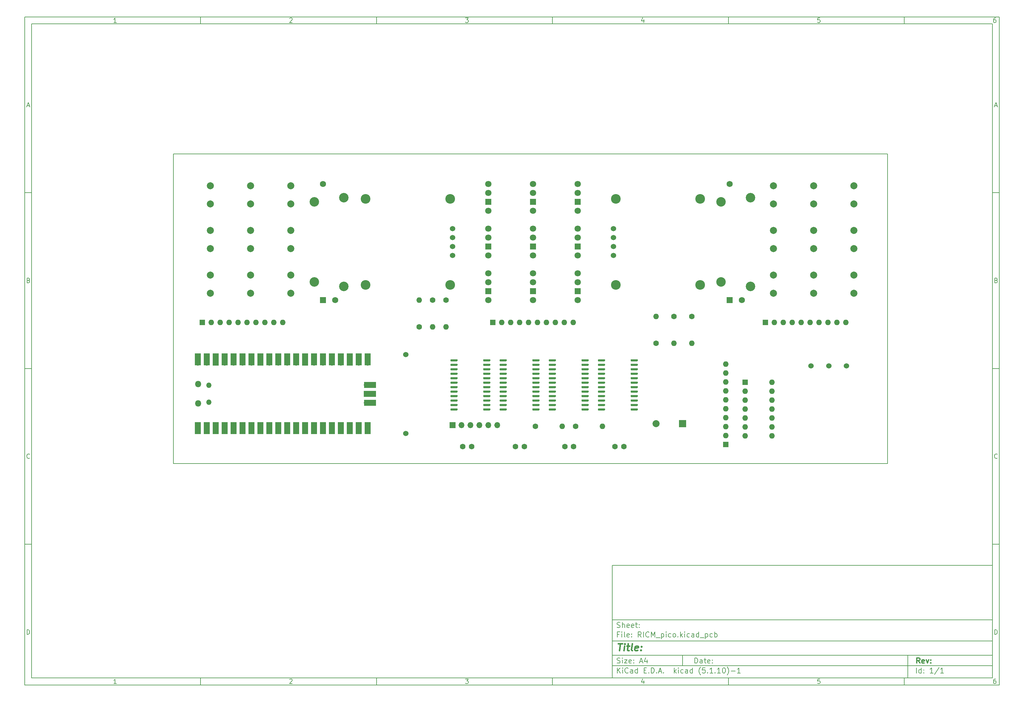
<source format=gts>
%TF.GenerationSoftware,KiCad,Pcbnew,(5.1.10)-1*%
%TF.CreationDate,2021-07-12T12:41:50-04:00*%
%TF.ProjectId,RICM_pico,5249434d-5f70-4696-936f-2e6b69636164,rev?*%
%TF.SameCoordinates,Original*%
%TF.FileFunction,Soldermask,Top*%
%TF.FilePolarity,Negative*%
%FSLAX46Y46*%
G04 Gerber Fmt 4.6, Leading zero omitted, Abs format (unit mm)*
G04 Created by KiCad (PCBNEW (5.1.10)-1) date 2021-07-12 12:41:50*
%MOMM*%
%LPD*%
G01*
G04 APERTURE LIST*
%ADD10C,0.100000*%
%ADD11C,0.150000*%
%ADD12C,0.300000*%
%ADD13C,0.400000*%
%TA.AperFunction,Profile*%
%ADD14C,0.150000*%
%TD*%
%ADD15C,1.524000*%
%ADD16C,1.600000*%
%ADD17R,1.800000X1.800000*%
%ADD18C,1.800000*%
%ADD19O,1.600000X1.600000*%
%ADD20R,1.600000X1.600000*%
%ADD21R,2.000000X2.000000*%
%ADD22C,2.000000*%
%ADD23C,2.750000*%
%ADD24R,1.700000X1.700000*%
%ADD25O,1.700000X1.700000*%
%ADD26R,1.700000X3.500000*%
%ADD27O,1.800000X1.800000*%
%ADD28O,1.500000X1.500000*%
%ADD29R,3.500000X1.700000*%
%ADD30R,1.750000X1.750000*%
%ADD31C,1.750000*%
%ADD32C,2.700000*%
G04 APERTURE END LIST*
D10*
D11*
X177002200Y-166007200D02*
X177002200Y-198007200D01*
X285002200Y-198007200D01*
X285002200Y-166007200D01*
X177002200Y-166007200D01*
D10*
D11*
X10000000Y-10000000D02*
X10000000Y-200007200D01*
X287002200Y-200007200D01*
X287002200Y-10000000D01*
X10000000Y-10000000D01*
D10*
D11*
X12000000Y-12000000D02*
X12000000Y-198007200D01*
X285002200Y-198007200D01*
X285002200Y-12000000D01*
X12000000Y-12000000D01*
D10*
D11*
X60000000Y-12000000D02*
X60000000Y-10000000D01*
D10*
D11*
X110000000Y-12000000D02*
X110000000Y-10000000D01*
D10*
D11*
X160000000Y-12000000D02*
X160000000Y-10000000D01*
D10*
D11*
X210000000Y-12000000D02*
X210000000Y-10000000D01*
D10*
D11*
X260000000Y-12000000D02*
X260000000Y-10000000D01*
D10*
D11*
X36065476Y-11588095D02*
X35322619Y-11588095D01*
X35694047Y-11588095D02*
X35694047Y-10288095D01*
X35570238Y-10473809D01*
X35446428Y-10597619D01*
X35322619Y-10659523D01*
D10*
D11*
X85322619Y-10411904D02*
X85384523Y-10350000D01*
X85508333Y-10288095D01*
X85817857Y-10288095D01*
X85941666Y-10350000D01*
X86003571Y-10411904D01*
X86065476Y-10535714D01*
X86065476Y-10659523D01*
X86003571Y-10845238D01*
X85260714Y-11588095D01*
X86065476Y-11588095D01*
D10*
D11*
X135260714Y-10288095D02*
X136065476Y-10288095D01*
X135632142Y-10783333D01*
X135817857Y-10783333D01*
X135941666Y-10845238D01*
X136003571Y-10907142D01*
X136065476Y-11030952D01*
X136065476Y-11340476D01*
X136003571Y-11464285D01*
X135941666Y-11526190D01*
X135817857Y-11588095D01*
X135446428Y-11588095D01*
X135322619Y-11526190D01*
X135260714Y-11464285D01*
D10*
D11*
X185941666Y-10721428D02*
X185941666Y-11588095D01*
X185632142Y-10226190D02*
X185322619Y-11154761D01*
X186127380Y-11154761D01*
D10*
D11*
X236003571Y-10288095D02*
X235384523Y-10288095D01*
X235322619Y-10907142D01*
X235384523Y-10845238D01*
X235508333Y-10783333D01*
X235817857Y-10783333D01*
X235941666Y-10845238D01*
X236003571Y-10907142D01*
X236065476Y-11030952D01*
X236065476Y-11340476D01*
X236003571Y-11464285D01*
X235941666Y-11526190D01*
X235817857Y-11588095D01*
X235508333Y-11588095D01*
X235384523Y-11526190D01*
X235322619Y-11464285D01*
D10*
D11*
X285941666Y-10288095D02*
X285694047Y-10288095D01*
X285570238Y-10350000D01*
X285508333Y-10411904D01*
X285384523Y-10597619D01*
X285322619Y-10845238D01*
X285322619Y-11340476D01*
X285384523Y-11464285D01*
X285446428Y-11526190D01*
X285570238Y-11588095D01*
X285817857Y-11588095D01*
X285941666Y-11526190D01*
X286003571Y-11464285D01*
X286065476Y-11340476D01*
X286065476Y-11030952D01*
X286003571Y-10907142D01*
X285941666Y-10845238D01*
X285817857Y-10783333D01*
X285570238Y-10783333D01*
X285446428Y-10845238D01*
X285384523Y-10907142D01*
X285322619Y-11030952D01*
D10*
D11*
X60000000Y-198007200D02*
X60000000Y-200007200D01*
D10*
D11*
X110000000Y-198007200D02*
X110000000Y-200007200D01*
D10*
D11*
X160000000Y-198007200D02*
X160000000Y-200007200D01*
D10*
D11*
X210000000Y-198007200D02*
X210000000Y-200007200D01*
D10*
D11*
X260000000Y-198007200D02*
X260000000Y-200007200D01*
D10*
D11*
X36065476Y-199595295D02*
X35322619Y-199595295D01*
X35694047Y-199595295D02*
X35694047Y-198295295D01*
X35570238Y-198481009D01*
X35446428Y-198604819D01*
X35322619Y-198666723D01*
D10*
D11*
X85322619Y-198419104D02*
X85384523Y-198357200D01*
X85508333Y-198295295D01*
X85817857Y-198295295D01*
X85941666Y-198357200D01*
X86003571Y-198419104D01*
X86065476Y-198542914D01*
X86065476Y-198666723D01*
X86003571Y-198852438D01*
X85260714Y-199595295D01*
X86065476Y-199595295D01*
D10*
D11*
X135260714Y-198295295D02*
X136065476Y-198295295D01*
X135632142Y-198790533D01*
X135817857Y-198790533D01*
X135941666Y-198852438D01*
X136003571Y-198914342D01*
X136065476Y-199038152D01*
X136065476Y-199347676D01*
X136003571Y-199471485D01*
X135941666Y-199533390D01*
X135817857Y-199595295D01*
X135446428Y-199595295D01*
X135322619Y-199533390D01*
X135260714Y-199471485D01*
D10*
D11*
X185941666Y-198728628D02*
X185941666Y-199595295D01*
X185632142Y-198233390D02*
X185322619Y-199161961D01*
X186127380Y-199161961D01*
D10*
D11*
X236003571Y-198295295D02*
X235384523Y-198295295D01*
X235322619Y-198914342D01*
X235384523Y-198852438D01*
X235508333Y-198790533D01*
X235817857Y-198790533D01*
X235941666Y-198852438D01*
X236003571Y-198914342D01*
X236065476Y-199038152D01*
X236065476Y-199347676D01*
X236003571Y-199471485D01*
X235941666Y-199533390D01*
X235817857Y-199595295D01*
X235508333Y-199595295D01*
X235384523Y-199533390D01*
X235322619Y-199471485D01*
D10*
D11*
X285941666Y-198295295D02*
X285694047Y-198295295D01*
X285570238Y-198357200D01*
X285508333Y-198419104D01*
X285384523Y-198604819D01*
X285322619Y-198852438D01*
X285322619Y-199347676D01*
X285384523Y-199471485D01*
X285446428Y-199533390D01*
X285570238Y-199595295D01*
X285817857Y-199595295D01*
X285941666Y-199533390D01*
X286003571Y-199471485D01*
X286065476Y-199347676D01*
X286065476Y-199038152D01*
X286003571Y-198914342D01*
X285941666Y-198852438D01*
X285817857Y-198790533D01*
X285570238Y-198790533D01*
X285446428Y-198852438D01*
X285384523Y-198914342D01*
X285322619Y-199038152D01*
D10*
D11*
X10000000Y-60000000D02*
X12000000Y-60000000D01*
D10*
D11*
X10000000Y-110000000D02*
X12000000Y-110000000D01*
D10*
D11*
X10000000Y-160000000D02*
X12000000Y-160000000D01*
D10*
D11*
X10690476Y-35216666D02*
X11309523Y-35216666D01*
X10566666Y-35588095D02*
X11000000Y-34288095D01*
X11433333Y-35588095D01*
D10*
D11*
X11092857Y-84907142D02*
X11278571Y-84969047D01*
X11340476Y-85030952D01*
X11402380Y-85154761D01*
X11402380Y-85340476D01*
X11340476Y-85464285D01*
X11278571Y-85526190D01*
X11154761Y-85588095D01*
X10659523Y-85588095D01*
X10659523Y-84288095D01*
X11092857Y-84288095D01*
X11216666Y-84350000D01*
X11278571Y-84411904D01*
X11340476Y-84535714D01*
X11340476Y-84659523D01*
X11278571Y-84783333D01*
X11216666Y-84845238D01*
X11092857Y-84907142D01*
X10659523Y-84907142D01*
D10*
D11*
X11402380Y-135464285D02*
X11340476Y-135526190D01*
X11154761Y-135588095D01*
X11030952Y-135588095D01*
X10845238Y-135526190D01*
X10721428Y-135402380D01*
X10659523Y-135278571D01*
X10597619Y-135030952D01*
X10597619Y-134845238D01*
X10659523Y-134597619D01*
X10721428Y-134473809D01*
X10845238Y-134350000D01*
X11030952Y-134288095D01*
X11154761Y-134288095D01*
X11340476Y-134350000D01*
X11402380Y-134411904D01*
D10*
D11*
X10659523Y-185588095D02*
X10659523Y-184288095D01*
X10969047Y-184288095D01*
X11154761Y-184350000D01*
X11278571Y-184473809D01*
X11340476Y-184597619D01*
X11402380Y-184845238D01*
X11402380Y-185030952D01*
X11340476Y-185278571D01*
X11278571Y-185402380D01*
X11154761Y-185526190D01*
X10969047Y-185588095D01*
X10659523Y-185588095D01*
D10*
D11*
X287002200Y-60000000D02*
X285002200Y-60000000D01*
D10*
D11*
X287002200Y-110000000D02*
X285002200Y-110000000D01*
D10*
D11*
X287002200Y-160000000D02*
X285002200Y-160000000D01*
D10*
D11*
X285692676Y-35216666D02*
X286311723Y-35216666D01*
X285568866Y-35588095D02*
X286002200Y-34288095D01*
X286435533Y-35588095D01*
D10*
D11*
X286095057Y-84907142D02*
X286280771Y-84969047D01*
X286342676Y-85030952D01*
X286404580Y-85154761D01*
X286404580Y-85340476D01*
X286342676Y-85464285D01*
X286280771Y-85526190D01*
X286156961Y-85588095D01*
X285661723Y-85588095D01*
X285661723Y-84288095D01*
X286095057Y-84288095D01*
X286218866Y-84350000D01*
X286280771Y-84411904D01*
X286342676Y-84535714D01*
X286342676Y-84659523D01*
X286280771Y-84783333D01*
X286218866Y-84845238D01*
X286095057Y-84907142D01*
X285661723Y-84907142D01*
D10*
D11*
X286404580Y-135464285D02*
X286342676Y-135526190D01*
X286156961Y-135588095D01*
X286033152Y-135588095D01*
X285847438Y-135526190D01*
X285723628Y-135402380D01*
X285661723Y-135278571D01*
X285599819Y-135030952D01*
X285599819Y-134845238D01*
X285661723Y-134597619D01*
X285723628Y-134473809D01*
X285847438Y-134350000D01*
X286033152Y-134288095D01*
X286156961Y-134288095D01*
X286342676Y-134350000D01*
X286404580Y-134411904D01*
D10*
D11*
X285661723Y-185588095D02*
X285661723Y-184288095D01*
X285971247Y-184288095D01*
X286156961Y-184350000D01*
X286280771Y-184473809D01*
X286342676Y-184597619D01*
X286404580Y-184845238D01*
X286404580Y-185030952D01*
X286342676Y-185278571D01*
X286280771Y-185402380D01*
X286156961Y-185526190D01*
X285971247Y-185588095D01*
X285661723Y-185588095D01*
D10*
D11*
X200434342Y-193785771D02*
X200434342Y-192285771D01*
X200791485Y-192285771D01*
X201005771Y-192357200D01*
X201148628Y-192500057D01*
X201220057Y-192642914D01*
X201291485Y-192928628D01*
X201291485Y-193142914D01*
X201220057Y-193428628D01*
X201148628Y-193571485D01*
X201005771Y-193714342D01*
X200791485Y-193785771D01*
X200434342Y-193785771D01*
X202577200Y-193785771D02*
X202577200Y-193000057D01*
X202505771Y-192857200D01*
X202362914Y-192785771D01*
X202077200Y-192785771D01*
X201934342Y-192857200D01*
X202577200Y-193714342D02*
X202434342Y-193785771D01*
X202077200Y-193785771D01*
X201934342Y-193714342D01*
X201862914Y-193571485D01*
X201862914Y-193428628D01*
X201934342Y-193285771D01*
X202077200Y-193214342D01*
X202434342Y-193214342D01*
X202577200Y-193142914D01*
X203077200Y-192785771D02*
X203648628Y-192785771D01*
X203291485Y-192285771D02*
X203291485Y-193571485D01*
X203362914Y-193714342D01*
X203505771Y-193785771D01*
X203648628Y-193785771D01*
X204720057Y-193714342D02*
X204577200Y-193785771D01*
X204291485Y-193785771D01*
X204148628Y-193714342D01*
X204077200Y-193571485D01*
X204077200Y-193000057D01*
X204148628Y-192857200D01*
X204291485Y-192785771D01*
X204577200Y-192785771D01*
X204720057Y-192857200D01*
X204791485Y-193000057D01*
X204791485Y-193142914D01*
X204077200Y-193285771D01*
X205434342Y-193642914D02*
X205505771Y-193714342D01*
X205434342Y-193785771D01*
X205362914Y-193714342D01*
X205434342Y-193642914D01*
X205434342Y-193785771D01*
X205434342Y-192857200D02*
X205505771Y-192928628D01*
X205434342Y-193000057D01*
X205362914Y-192928628D01*
X205434342Y-192857200D01*
X205434342Y-193000057D01*
D10*
D11*
X177002200Y-194507200D02*
X285002200Y-194507200D01*
D10*
D11*
X178434342Y-196585771D02*
X178434342Y-195085771D01*
X179291485Y-196585771D02*
X178648628Y-195728628D01*
X179291485Y-195085771D02*
X178434342Y-195942914D01*
X179934342Y-196585771D02*
X179934342Y-195585771D01*
X179934342Y-195085771D02*
X179862914Y-195157200D01*
X179934342Y-195228628D01*
X180005771Y-195157200D01*
X179934342Y-195085771D01*
X179934342Y-195228628D01*
X181505771Y-196442914D02*
X181434342Y-196514342D01*
X181220057Y-196585771D01*
X181077200Y-196585771D01*
X180862914Y-196514342D01*
X180720057Y-196371485D01*
X180648628Y-196228628D01*
X180577200Y-195942914D01*
X180577200Y-195728628D01*
X180648628Y-195442914D01*
X180720057Y-195300057D01*
X180862914Y-195157200D01*
X181077200Y-195085771D01*
X181220057Y-195085771D01*
X181434342Y-195157200D01*
X181505771Y-195228628D01*
X182791485Y-196585771D02*
X182791485Y-195800057D01*
X182720057Y-195657200D01*
X182577200Y-195585771D01*
X182291485Y-195585771D01*
X182148628Y-195657200D01*
X182791485Y-196514342D02*
X182648628Y-196585771D01*
X182291485Y-196585771D01*
X182148628Y-196514342D01*
X182077200Y-196371485D01*
X182077200Y-196228628D01*
X182148628Y-196085771D01*
X182291485Y-196014342D01*
X182648628Y-196014342D01*
X182791485Y-195942914D01*
X184148628Y-196585771D02*
X184148628Y-195085771D01*
X184148628Y-196514342D02*
X184005771Y-196585771D01*
X183720057Y-196585771D01*
X183577200Y-196514342D01*
X183505771Y-196442914D01*
X183434342Y-196300057D01*
X183434342Y-195871485D01*
X183505771Y-195728628D01*
X183577200Y-195657200D01*
X183720057Y-195585771D01*
X184005771Y-195585771D01*
X184148628Y-195657200D01*
X186005771Y-195800057D02*
X186505771Y-195800057D01*
X186720057Y-196585771D02*
X186005771Y-196585771D01*
X186005771Y-195085771D01*
X186720057Y-195085771D01*
X187362914Y-196442914D02*
X187434342Y-196514342D01*
X187362914Y-196585771D01*
X187291485Y-196514342D01*
X187362914Y-196442914D01*
X187362914Y-196585771D01*
X188077200Y-196585771D02*
X188077200Y-195085771D01*
X188434342Y-195085771D01*
X188648628Y-195157200D01*
X188791485Y-195300057D01*
X188862914Y-195442914D01*
X188934342Y-195728628D01*
X188934342Y-195942914D01*
X188862914Y-196228628D01*
X188791485Y-196371485D01*
X188648628Y-196514342D01*
X188434342Y-196585771D01*
X188077200Y-196585771D01*
X189577200Y-196442914D02*
X189648628Y-196514342D01*
X189577200Y-196585771D01*
X189505771Y-196514342D01*
X189577200Y-196442914D01*
X189577200Y-196585771D01*
X190220057Y-196157200D02*
X190934342Y-196157200D01*
X190077200Y-196585771D02*
X190577200Y-195085771D01*
X191077200Y-196585771D01*
X191577200Y-196442914D02*
X191648628Y-196514342D01*
X191577200Y-196585771D01*
X191505771Y-196514342D01*
X191577200Y-196442914D01*
X191577200Y-196585771D01*
X194577200Y-196585771D02*
X194577200Y-195085771D01*
X194720057Y-196014342D02*
X195148628Y-196585771D01*
X195148628Y-195585771D02*
X194577200Y-196157200D01*
X195791485Y-196585771D02*
X195791485Y-195585771D01*
X195791485Y-195085771D02*
X195720057Y-195157200D01*
X195791485Y-195228628D01*
X195862914Y-195157200D01*
X195791485Y-195085771D01*
X195791485Y-195228628D01*
X197148628Y-196514342D02*
X197005771Y-196585771D01*
X196720057Y-196585771D01*
X196577200Y-196514342D01*
X196505771Y-196442914D01*
X196434342Y-196300057D01*
X196434342Y-195871485D01*
X196505771Y-195728628D01*
X196577200Y-195657200D01*
X196720057Y-195585771D01*
X197005771Y-195585771D01*
X197148628Y-195657200D01*
X198434342Y-196585771D02*
X198434342Y-195800057D01*
X198362914Y-195657200D01*
X198220057Y-195585771D01*
X197934342Y-195585771D01*
X197791485Y-195657200D01*
X198434342Y-196514342D02*
X198291485Y-196585771D01*
X197934342Y-196585771D01*
X197791485Y-196514342D01*
X197720057Y-196371485D01*
X197720057Y-196228628D01*
X197791485Y-196085771D01*
X197934342Y-196014342D01*
X198291485Y-196014342D01*
X198434342Y-195942914D01*
X199791485Y-196585771D02*
X199791485Y-195085771D01*
X199791485Y-196514342D02*
X199648628Y-196585771D01*
X199362914Y-196585771D01*
X199220057Y-196514342D01*
X199148628Y-196442914D01*
X199077200Y-196300057D01*
X199077200Y-195871485D01*
X199148628Y-195728628D01*
X199220057Y-195657200D01*
X199362914Y-195585771D01*
X199648628Y-195585771D01*
X199791485Y-195657200D01*
X202077200Y-197157200D02*
X202005771Y-197085771D01*
X201862914Y-196871485D01*
X201791485Y-196728628D01*
X201720057Y-196514342D01*
X201648628Y-196157200D01*
X201648628Y-195871485D01*
X201720057Y-195514342D01*
X201791485Y-195300057D01*
X201862914Y-195157200D01*
X202005771Y-194942914D01*
X202077200Y-194871485D01*
X203362914Y-195085771D02*
X202648628Y-195085771D01*
X202577200Y-195800057D01*
X202648628Y-195728628D01*
X202791485Y-195657200D01*
X203148628Y-195657200D01*
X203291485Y-195728628D01*
X203362914Y-195800057D01*
X203434342Y-195942914D01*
X203434342Y-196300057D01*
X203362914Y-196442914D01*
X203291485Y-196514342D01*
X203148628Y-196585771D01*
X202791485Y-196585771D01*
X202648628Y-196514342D01*
X202577200Y-196442914D01*
X204077200Y-196442914D02*
X204148628Y-196514342D01*
X204077200Y-196585771D01*
X204005771Y-196514342D01*
X204077200Y-196442914D01*
X204077200Y-196585771D01*
X205577200Y-196585771D02*
X204720057Y-196585771D01*
X205148628Y-196585771D02*
X205148628Y-195085771D01*
X205005771Y-195300057D01*
X204862914Y-195442914D01*
X204720057Y-195514342D01*
X206220057Y-196442914D02*
X206291485Y-196514342D01*
X206220057Y-196585771D01*
X206148628Y-196514342D01*
X206220057Y-196442914D01*
X206220057Y-196585771D01*
X207720057Y-196585771D02*
X206862914Y-196585771D01*
X207291485Y-196585771D02*
X207291485Y-195085771D01*
X207148628Y-195300057D01*
X207005771Y-195442914D01*
X206862914Y-195514342D01*
X208648628Y-195085771D02*
X208791485Y-195085771D01*
X208934342Y-195157200D01*
X209005771Y-195228628D01*
X209077200Y-195371485D01*
X209148628Y-195657200D01*
X209148628Y-196014342D01*
X209077200Y-196300057D01*
X209005771Y-196442914D01*
X208934342Y-196514342D01*
X208791485Y-196585771D01*
X208648628Y-196585771D01*
X208505771Y-196514342D01*
X208434342Y-196442914D01*
X208362914Y-196300057D01*
X208291485Y-196014342D01*
X208291485Y-195657200D01*
X208362914Y-195371485D01*
X208434342Y-195228628D01*
X208505771Y-195157200D01*
X208648628Y-195085771D01*
X209648628Y-197157200D02*
X209720057Y-197085771D01*
X209862914Y-196871485D01*
X209934342Y-196728628D01*
X210005771Y-196514342D01*
X210077200Y-196157200D01*
X210077200Y-195871485D01*
X210005771Y-195514342D01*
X209934342Y-195300057D01*
X209862914Y-195157200D01*
X209720057Y-194942914D01*
X209648628Y-194871485D01*
X210791485Y-196014342D02*
X211934342Y-196014342D01*
X213434342Y-196585771D02*
X212577200Y-196585771D01*
X213005771Y-196585771D02*
X213005771Y-195085771D01*
X212862914Y-195300057D01*
X212720057Y-195442914D01*
X212577200Y-195514342D01*
D10*
D11*
X177002200Y-191507200D02*
X285002200Y-191507200D01*
D10*
D12*
X264411485Y-193785771D02*
X263911485Y-193071485D01*
X263554342Y-193785771D02*
X263554342Y-192285771D01*
X264125771Y-192285771D01*
X264268628Y-192357200D01*
X264340057Y-192428628D01*
X264411485Y-192571485D01*
X264411485Y-192785771D01*
X264340057Y-192928628D01*
X264268628Y-193000057D01*
X264125771Y-193071485D01*
X263554342Y-193071485D01*
X265625771Y-193714342D02*
X265482914Y-193785771D01*
X265197200Y-193785771D01*
X265054342Y-193714342D01*
X264982914Y-193571485D01*
X264982914Y-193000057D01*
X265054342Y-192857200D01*
X265197200Y-192785771D01*
X265482914Y-192785771D01*
X265625771Y-192857200D01*
X265697200Y-193000057D01*
X265697200Y-193142914D01*
X264982914Y-193285771D01*
X266197200Y-192785771D02*
X266554342Y-193785771D01*
X266911485Y-192785771D01*
X267482914Y-193642914D02*
X267554342Y-193714342D01*
X267482914Y-193785771D01*
X267411485Y-193714342D01*
X267482914Y-193642914D01*
X267482914Y-193785771D01*
X267482914Y-192857200D02*
X267554342Y-192928628D01*
X267482914Y-193000057D01*
X267411485Y-192928628D01*
X267482914Y-192857200D01*
X267482914Y-193000057D01*
D10*
D11*
X178362914Y-193714342D02*
X178577200Y-193785771D01*
X178934342Y-193785771D01*
X179077200Y-193714342D01*
X179148628Y-193642914D01*
X179220057Y-193500057D01*
X179220057Y-193357200D01*
X179148628Y-193214342D01*
X179077200Y-193142914D01*
X178934342Y-193071485D01*
X178648628Y-193000057D01*
X178505771Y-192928628D01*
X178434342Y-192857200D01*
X178362914Y-192714342D01*
X178362914Y-192571485D01*
X178434342Y-192428628D01*
X178505771Y-192357200D01*
X178648628Y-192285771D01*
X179005771Y-192285771D01*
X179220057Y-192357200D01*
X179862914Y-193785771D02*
X179862914Y-192785771D01*
X179862914Y-192285771D02*
X179791485Y-192357200D01*
X179862914Y-192428628D01*
X179934342Y-192357200D01*
X179862914Y-192285771D01*
X179862914Y-192428628D01*
X180434342Y-192785771D02*
X181220057Y-192785771D01*
X180434342Y-193785771D01*
X181220057Y-193785771D01*
X182362914Y-193714342D02*
X182220057Y-193785771D01*
X181934342Y-193785771D01*
X181791485Y-193714342D01*
X181720057Y-193571485D01*
X181720057Y-193000057D01*
X181791485Y-192857200D01*
X181934342Y-192785771D01*
X182220057Y-192785771D01*
X182362914Y-192857200D01*
X182434342Y-193000057D01*
X182434342Y-193142914D01*
X181720057Y-193285771D01*
X183077200Y-193642914D02*
X183148628Y-193714342D01*
X183077200Y-193785771D01*
X183005771Y-193714342D01*
X183077200Y-193642914D01*
X183077200Y-193785771D01*
X183077200Y-192857200D02*
X183148628Y-192928628D01*
X183077200Y-193000057D01*
X183005771Y-192928628D01*
X183077200Y-192857200D01*
X183077200Y-193000057D01*
X184862914Y-193357200D02*
X185577200Y-193357200D01*
X184720057Y-193785771D02*
X185220057Y-192285771D01*
X185720057Y-193785771D01*
X186862914Y-192785771D02*
X186862914Y-193785771D01*
X186505771Y-192214342D02*
X186148628Y-193285771D01*
X187077200Y-193285771D01*
D10*
D11*
X263434342Y-196585771D02*
X263434342Y-195085771D01*
X264791485Y-196585771D02*
X264791485Y-195085771D01*
X264791485Y-196514342D02*
X264648628Y-196585771D01*
X264362914Y-196585771D01*
X264220057Y-196514342D01*
X264148628Y-196442914D01*
X264077200Y-196300057D01*
X264077200Y-195871485D01*
X264148628Y-195728628D01*
X264220057Y-195657200D01*
X264362914Y-195585771D01*
X264648628Y-195585771D01*
X264791485Y-195657200D01*
X265505771Y-196442914D02*
X265577200Y-196514342D01*
X265505771Y-196585771D01*
X265434342Y-196514342D01*
X265505771Y-196442914D01*
X265505771Y-196585771D01*
X265505771Y-195657200D02*
X265577200Y-195728628D01*
X265505771Y-195800057D01*
X265434342Y-195728628D01*
X265505771Y-195657200D01*
X265505771Y-195800057D01*
X268148628Y-196585771D02*
X267291485Y-196585771D01*
X267720057Y-196585771D02*
X267720057Y-195085771D01*
X267577200Y-195300057D01*
X267434342Y-195442914D01*
X267291485Y-195514342D01*
X269862914Y-195014342D02*
X268577200Y-196942914D01*
X271148628Y-196585771D02*
X270291485Y-196585771D01*
X270720057Y-196585771D02*
X270720057Y-195085771D01*
X270577200Y-195300057D01*
X270434342Y-195442914D01*
X270291485Y-195514342D01*
D10*
D11*
X177002200Y-187507200D02*
X285002200Y-187507200D01*
D10*
D13*
X178714580Y-188211961D02*
X179857438Y-188211961D01*
X179036009Y-190211961D02*
X179286009Y-188211961D01*
X180274104Y-190211961D02*
X180440771Y-188878628D01*
X180524104Y-188211961D02*
X180416961Y-188307200D01*
X180500295Y-188402438D01*
X180607438Y-188307200D01*
X180524104Y-188211961D01*
X180500295Y-188402438D01*
X181107438Y-188878628D02*
X181869342Y-188878628D01*
X181476485Y-188211961D02*
X181262200Y-189926247D01*
X181333628Y-190116723D01*
X181512200Y-190211961D01*
X181702676Y-190211961D01*
X182655057Y-190211961D02*
X182476485Y-190116723D01*
X182405057Y-189926247D01*
X182619342Y-188211961D01*
X184190771Y-190116723D02*
X183988390Y-190211961D01*
X183607438Y-190211961D01*
X183428866Y-190116723D01*
X183357438Y-189926247D01*
X183452676Y-189164342D01*
X183571723Y-188973866D01*
X183774104Y-188878628D01*
X184155057Y-188878628D01*
X184333628Y-188973866D01*
X184405057Y-189164342D01*
X184381247Y-189354819D01*
X183405057Y-189545295D01*
X185155057Y-190021485D02*
X185238390Y-190116723D01*
X185131247Y-190211961D01*
X185047914Y-190116723D01*
X185155057Y-190021485D01*
X185131247Y-190211961D01*
X185286009Y-188973866D02*
X185369342Y-189069104D01*
X185262200Y-189164342D01*
X185178866Y-189069104D01*
X185286009Y-188973866D01*
X185262200Y-189164342D01*
D10*
D11*
X178934342Y-185600057D02*
X178434342Y-185600057D01*
X178434342Y-186385771D02*
X178434342Y-184885771D01*
X179148628Y-184885771D01*
X179720057Y-186385771D02*
X179720057Y-185385771D01*
X179720057Y-184885771D02*
X179648628Y-184957200D01*
X179720057Y-185028628D01*
X179791485Y-184957200D01*
X179720057Y-184885771D01*
X179720057Y-185028628D01*
X180648628Y-186385771D02*
X180505771Y-186314342D01*
X180434342Y-186171485D01*
X180434342Y-184885771D01*
X181791485Y-186314342D02*
X181648628Y-186385771D01*
X181362914Y-186385771D01*
X181220057Y-186314342D01*
X181148628Y-186171485D01*
X181148628Y-185600057D01*
X181220057Y-185457200D01*
X181362914Y-185385771D01*
X181648628Y-185385771D01*
X181791485Y-185457200D01*
X181862914Y-185600057D01*
X181862914Y-185742914D01*
X181148628Y-185885771D01*
X182505771Y-186242914D02*
X182577200Y-186314342D01*
X182505771Y-186385771D01*
X182434342Y-186314342D01*
X182505771Y-186242914D01*
X182505771Y-186385771D01*
X182505771Y-185457200D02*
X182577200Y-185528628D01*
X182505771Y-185600057D01*
X182434342Y-185528628D01*
X182505771Y-185457200D01*
X182505771Y-185600057D01*
X185220057Y-186385771D02*
X184720057Y-185671485D01*
X184362914Y-186385771D02*
X184362914Y-184885771D01*
X184934342Y-184885771D01*
X185077200Y-184957200D01*
X185148628Y-185028628D01*
X185220057Y-185171485D01*
X185220057Y-185385771D01*
X185148628Y-185528628D01*
X185077200Y-185600057D01*
X184934342Y-185671485D01*
X184362914Y-185671485D01*
X185862914Y-186385771D02*
X185862914Y-184885771D01*
X187434342Y-186242914D02*
X187362914Y-186314342D01*
X187148628Y-186385771D01*
X187005771Y-186385771D01*
X186791485Y-186314342D01*
X186648628Y-186171485D01*
X186577200Y-186028628D01*
X186505771Y-185742914D01*
X186505771Y-185528628D01*
X186577200Y-185242914D01*
X186648628Y-185100057D01*
X186791485Y-184957200D01*
X187005771Y-184885771D01*
X187148628Y-184885771D01*
X187362914Y-184957200D01*
X187434342Y-185028628D01*
X188077200Y-186385771D02*
X188077200Y-184885771D01*
X188577200Y-185957200D01*
X189077200Y-184885771D01*
X189077200Y-186385771D01*
X189434342Y-186528628D02*
X190577200Y-186528628D01*
X190934342Y-185385771D02*
X190934342Y-186885771D01*
X190934342Y-185457200D02*
X191077200Y-185385771D01*
X191362914Y-185385771D01*
X191505771Y-185457200D01*
X191577200Y-185528628D01*
X191648628Y-185671485D01*
X191648628Y-186100057D01*
X191577200Y-186242914D01*
X191505771Y-186314342D01*
X191362914Y-186385771D01*
X191077200Y-186385771D01*
X190934342Y-186314342D01*
X192291485Y-186385771D02*
X192291485Y-185385771D01*
X192291485Y-184885771D02*
X192220057Y-184957200D01*
X192291485Y-185028628D01*
X192362914Y-184957200D01*
X192291485Y-184885771D01*
X192291485Y-185028628D01*
X193648628Y-186314342D02*
X193505771Y-186385771D01*
X193220057Y-186385771D01*
X193077200Y-186314342D01*
X193005771Y-186242914D01*
X192934342Y-186100057D01*
X192934342Y-185671485D01*
X193005771Y-185528628D01*
X193077200Y-185457200D01*
X193220057Y-185385771D01*
X193505771Y-185385771D01*
X193648628Y-185457200D01*
X194505771Y-186385771D02*
X194362914Y-186314342D01*
X194291485Y-186242914D01*
X194220057Y-186100057D01*
X194220057Y-185671485D01*
X194291485Y-185528628D01*
X194362914Y-185457200D01*
X194505771Y-185385771D01*
X194720057Y-185385771D01*
X194862914Y-185457200D01*
X194934342Y-185528628D01*
X195005771Y-185671485D01*
X195005771Y-186100057D01*
X194934342Y-186242914D01*
X194862914Y-186314342D01*
X194720057Y-186385771D01*
X194505771Y-186385771D01*
X195648628Y-186242914D02*
X195720057Y-186314342D01*
X195648628Y-186385771D01*
X195577200Y-186314342D01*
X195648628Y-186242914D01*
X195648628Y-186385771D01*
X196362914Y-186385771D02*
X196362914Y-184885771D01*
X196505771Y-185814342D02*
X196934342Y-186385771D01*
X196934342Y-185385771D02*
X196362914Y-185957200D01*
X197577200Y-186385771D02*
X197577200Y-185385771D01*
X197577200Y-184885771D02*
X197505771Y-184957200D01*
X197577200Y-185028628D01*
X197648628Y-184957200D01*
X197577200Y-184885771D01*
X197577200Y-185028628D01*
X198934342Y-186314342D02*
X198791485Y-186385771D01*
X198505771Y-186385771D01*
X198362914Y-186314342D01*
X198291485Y-186242914D01*
X198220057Y-186100057D01*
X198220057Y-185671485D01*
X198291485Y-185528628D01*
X198362914Y-185457200D01*
X198505771Y-185385771D01*
X198791485Y-185385771D01*
X198934342Y-185457200D01*
X200220057Y-186385771D02*
X200220057Y-185600057D01*
X200148628Y-185457200D01*
X200005771Y-185385771D01*
X199720057Y-185385771D01*
X199577200Y-185457200D01*
X200220057Y-186314342D02*
X200077200Y-186385771D01*
X199720057Y-186385771D01*
X199577200Y-186314342D01*
X199505771Y-186171485D01*
X199505771Y-186028628D01*
X199577200Y-185885771D01*
X199720057Y-185814342D01*
X200077200Y-185814342D01*
X200220057Y-185742914D01*
X201577200Y-186385771D02*
X201577200Y-184885771D01*
X201577200Y-186314342D02*
X201434342Y-186385771D01*
X201148628Y-186385771D01*
X201005771Y-186314342D01*
X200934342Y-186242914D01*
X200862914Y-186100057D01*
X200862914Y-185671485D01*
X200934342Y-185528628D01*
X201005771Y-185457200D01*
X201148628Y-185385771D01*
X201434342Y-185385771D01*
X201577200Y-185457200D01*
X201934342Y-186528628D02*
X203077200Y-186528628D01*
X203434342Y-185385771D02*
X203434342Y-186885771D01*
X203434342Y-185457200D02*
X203577200Y-185385771D01*
X203862914Y-185385771D01*
X204005771Y-185457200D01*
X204077200Y-185528628D01*
X204148628Y-185671485D01*
X204148628Y-186100057D01*
X204077200Y-186242914D01*
X204005771Y-186314342D01*
X203862914Y-186385771D01*
X203577200Y-186385771D01*
X203434342Y-186314342D01*
X205434342Y-186314342D02*
X205291485Y-186385771D01*
X205005771Y-186385771D01*
X204862914Y-186314342D01*
X204791485Y-186242914D01*
X204720057Y-186100057D01*
X204720057Y-185671485D01*
X204791485Y-185528628D01*
X204862914Y-185457200D01*
X205005771Y-185385771D01*
X205291485Y-185385771D01*
X205434342Y-185457200D01*
X206077200Y-186385771D02*
X206077200Y-184885771D01*
X206077200Y-185457200D02*
X206220057Y-185385771D01*
X206505771Y-185385771D01*
X206648628Y-185457200D01*
X206720057Y-185528628D01*
X206791485Y-185671485D01*
X206791485Y-186100057D01*
X206720057Y-186242914D01*
X206648628Y-186314342D01*
X206505771Y-186385771D01*
X206220057Y-186385771D01*
X206077200Y-186314342D01*
D10*
D11*
X177002200Y-181507200D02*
X285002200Y-181507200D01*
D10*
D11*
X178362914Y-183614342D02*
X178577200Y-183685771D01*
X178934342Y-183685771D01*
X179077200Y-183614342D01*
X179148628Y-183542914D01*
X179220057Y-183400057D01*
X179220057Y-183257200D01*
X179148628Y-183114342D01*
X179077200Y-183042914D01*
X178934342Y-182971485D01*
X178648628Y-182900057D01*
X178505771Y-182828628D01*
X178434342Y-182757200D01*
X178362914Y-182614342D01*
X178362914Y-182471485D01*
X178434342Y-182328628D01*
X178505771Y-182257200D01*
X178648628Y-182185771D01*
X179005771Y-182185771D01*
X179220057Y-182257200D01*
X179862914Y-183685771D02*
X179862914Y-182185771D01*
X180505771Y-183685771D02*
X180505771Y-182900057D01*
X180434342Y-182757200D01*
X180291485Y-182685771D01*
X180077200Y-182685771D01*
X179934342Y-182757200D01*
X179862914Y-182828628D01*
X181791485Y-183614342D02*
X181648628Y-183685771D01*
X181362914Y-183685771D01*
X181220057Y-183614342D01*
X181148628Y-183471485D01*
X181148628Y-182900057D01*
X181220057Y-182757200D01*
X181362914Y-182685771D01*
X181648628Y-182685771D01*
X181791485Y-182757200D01*
X181862914Y-182900057D01*
X181862914Y-183042914D01*
X181148628Y-183185771D01*
X183077200Y-183614342D02*
X182934342Y-183685771D01*
X182648628Y-183685771D01*
X182505771Y-183614342D01*
X182434342Y-183471485D01*
X182434342Y-182900057D01*
X182505771Y-182757200D01*
X182648628Y-182685771D01*
X182934342Y-182685771D01*
X183077200Y-182757200D01*
X183148628Y-182900057D01*
X183148628Y-183042914D01*
X182434342Y-183185771D01*
X183577200Y-182685771D02*
X184148628Y-182685771D01*
X183791485Y-182185771D02*
X183791485Y-183471485D01*
X183862914Y-183614342D01*
X184005771Y-183685771D01*
X184148628Y-183685771D01*
X184648628Y-183542914D02*
X184720057Y-183614342D01*
X184648628Y-183685771D01*
X184577200Y-183614342D01*
X184648628Y-183542914D01*
X184648628Y-183685771D01*
X184648628Y-182757200D02*
X184720057Y-182828628D01*
X184648628Y-182900057D01*
X184577200Y-182828628D01*
X184648628Y-182757200D01*
X184648628Y-182900057D01*
D10*
D11*
X197002200Y-191507200D02*
X197002200Y-194507200D01*
D10*
D11*
X261002200Y-191507200D02*
X261002200Y-198007200D01*
D14*
X255246000Y-136978000D02*
X52246000Y-136978000D01*
X255246000Y-48978000D02*
X52246000Y-48978000D01*
X255246000Y-48978000D02*
X255246000Y-136978000D01*
X52246000Y-48978000D02*
X52246000Y-136978000D01*
D15*
%TO.C,RV3*%
X233496000Y-109228000D03*
X238496000Y-109228000D03*
X243496000Y-109228000D03*
%TD*%
%TO.C,F1*%
X118339000Y-106056000D03*
X118339000Y-128456000D03*
%TD*%
D16*
%TO.C,C5*%
X180246000Y-132228000D03*
X177746000Y-132228000D03*
%TD*%
%TO.C,C4*%
X165996000Y-132228000D03*
X163496000Y-132228000D03*
%TD*%
%TO.C,C3*%
X151996000Y-132228000D03*
X149496000Y-132228000D03*
%TD*%
%TO.C,C2*%
X134496000Y-132228000D03*
X136996000Y-132228000D03*
%TD*%
D17*
%TO.C,D3*%
X141746000Y-75268000D03*
D18*
X141746000Y-72728000D03*
X141746000Y-70188000D03*
X141746000Y-77808000D03*
%TD*%
D16*
%TO.C,R6*%
X199566000Y-95158000D03*
D19*
X199566000Y-102778000D03*
%TD*%
D16*
%TO.C,R8*%
X122096000Y-98168000D03*
D19*
X122096000Y-90548000D03*
%TD*%
D20*
%TO.C,RN4*%
X143016000Y-96858000D03*
D19*
X145556000Y-96858000D03*
X148096000Y-96858000D03*
X150636000Y-96858000D03*
X153176000Y-96858000D03*
X155716000Y-96858000D03*
X158256000Y-96858000D03*
X160796000Y-96858000D03*
X163336000Y-96858000D03*
X165876000Y-96858000D03*
%TD*%
%TO.C,U5*%
G36*
G01*
X170281000Y-121473000D02*
X170281000Y-121773000D01*
G75*
G02*
X170131000Y-121923000I-150000J0D01*
G01*
X168381000Y-121923000D01*
G75*
G02*
X168231000Y-121773000I0J150000D01*
G01*
X168231000Y-121473000D01*
G75*
G02*
X168381000Y-121323000I150000J0D01*
G01*
X170131000Y-121323000D01*
G75*
G02*
X170281000Y-121473000I0J-150000D01*
G01*
G37*
G36*
G01*
X170281000Y-120203000D02*
X170281000Y-120503000D01*
G75*
G02*
X170131000Y-120653000I-150000J0D01*
G01*
X168381000Y-120653000D01*
G75*
G02*
X168231000Y-120503000I0J150000D01*
G01*
X168231000Y-120203000D01*
G75*
G02*
X168381000Y-120053000I150000J0D01*
G01*
X170131000Y-120053000D01*
G75*
G02*
X170281000Y-120203000I0J-150000D01*
G01*
G37*
G36*
G01*
X170281000Y-118933000D02*
X170281000Y-119233000D01*
G75*
G02*
X170131000Y-119383000I-150000J0D01*
G01*
X168381000Y-119383000D01*
G75*
G02*
X168231000Y-119233000I0J150000D01*
G01*
X168231000Y-118933000D01*
G75*
G02*
X168381000Y-118783000I150000J0D01*
G01*
X170131000Y-118783000D01*
G75*
G02*
X170281000Y-118933000I0J-150000D01*
G01*
G37*
G36*
G01*
X170281000Y-117663000D02*
X170281000Y-117963000D01*
G75*
G02*
X170131000Y-118113000I-150000J0D01*
G01*
X168381000Y-118113000D01*
G75*
G02*
X168231000Y-117963000I0J150000D01*
G01*
X168231000Y-117663000D01*
G75*
G02*
X168381000Y-117513000I150000J0D01*
G01*
X170131000Y-117513000D01*
G75*
G02*
X170281000Y-117663000I0J-150000D01*
G01*
G37*
G36*
G01*
X170281000Y-116393000D02*
X170281000Y-116693000D01*
G75*
G02*
X170131000Y-116843000I-150000J0D01*
G01*
X168381000Y-116843000D01*
G75*
G02*
X168231000Y-116693000I0J150000D01*
G01*
X168231000Y-116393000D01*
G75*
G02*
X168381000Y-116243000I150000J0D01*
G01*
X170131000Y-116243000D01*
G75*
G02*
X170281000Y-116393000I0J-150000D01*
G01*
G37*
G36*
G01*
X170281000Y-115123000D02*
X170281000Y-115423000D01*
G75*
G02*
X170131000Y-115573000I-150000J0D01*
G01*
X168381000Y-115573000D01*
G75*
G02*
X168231000Y-115423000I0J150000D01*
G01*
X168231000Y-115123000D01*
G75*
G02*
X168381000Y-114973000I150000J0D01*
G01*
X170131000Y-114973000D01*
G75*
G02*
X170281000Y-115123000I0J-150000D01*
G01*
G37*
G36*
G01*
X170281000Y-113853000D02*
X170281000Y-114153000D01*
G75*
G02*
X170131000Y-114303000I-150000J0D01*
G01*
X168381000Y-114303000D01*
G75*
G02*
X168231000Y-114153000I0J150000D01*
G01*
X168231000Y-113853000D01*
G75*
G02*
X168381000Y-113703000I150000J0D01*
G01*
X170131000Y-113703000D01*
G75*
G02*
X170281000Y-113853000I0J-150000D01*
G01*
G37*
G36*
G01*
X170281000Y-112583000D02*
X170281000Y-112883000D01*
G75*
G02*
X170131000Y-113033000I-150000J0D01*
G01*
X168381000Y-113033000D01*
G75*
G02*
X168231000Y-112883000I0J150000D01*
G01*
X168231000Y-112583000D01*
G75*
G02*
X168381000Y-112433000I150000J0D01*
G01*
X170131000Y-112433000D01*
G75*
G02*
X170281000Y-112583000I0J-150000D01*
G01*
G37*
G36*
G01*
X170281000Y-111313000D02*
X170281000Y-111613000D01*
G75*
G02*
X170131000Y-111763000I-150000J0D01*
G01*
X168381000Y-111763000D01*
G75*
G02*
X168231000Y-111613000I0J150000D01*
G01*
X168231000Y-111313000D01*
G75*
G02*
X168381000Y-111163000I150000J0D01*
G01*
X170131000Y-111163000D01*
G75*
G02*
X170281000Y-111313000I0J-150000D01*
G01*
G37*
G36*
G01*
X170281000Y-110043000D02*
X170281000Y-110343000D01*
G75*
G02*
X170131000Y-110493000I-150000J0D01*
G01*
X168381000Y-110493000D01*
G75*
G02*
X168231000Y-110343000I0J150000D01*
G01*
X168231000Y-110043000D01*
G75*
G02*
X168381000Y-109893000I150000J0D01*
G01*
X170131000Y-109893000D01*
G75*
G02*
X170281000Y-110043000I0J-150000D01*
G01*
G37*
G36*
G01*
X170281000Y-108773000D02*
X170281000Y-109073000D01*
G75*
G02*
X170131000Y-109223000I-150000J0D01*
G01*
X168381000Y-109223000D01*
G75*
G02*
X168231000Y-109073000I0J150000D01*
G01*
X168231000Y-108773000D01*
G75*
G02*
X168381000Y-108623000I150000J0D01*
G01*
X170131000Y-108623000D01*
G75*
G02*
X170281000Y-108773000I0J-150000D01*
G01*
G37*
G36*
G01*
X170281000Y-107503000D02*
X170281000Y-107803000D01*
G75*
G02*
X170131000Y-107953000I-150000J0D01*
G01*
X168381000Y-107953000D01*
G75*
G02*
X168231000Y-107803000I0J150000D01*
G01*
X168231000Y-107503000D01*
G75*
G02*
X168381000Y-107353000I150000J0D01*
G01*
X170131000Y-107353000D01*
G75*
G02*
X170281000Y-107503000I0J-150000D01*
G01*
G37*
G36*
G01*
X160981000Y-107503000D02*
X160981000Y-107803000D01*
G75*
G02*
X160831000Y-107953000I-150000J0D01*
G01*
X159081000Y-107953000D01*
G75*
G02*
X158931000Y-107803000I0J150000D01*
G01*
X158931000Y-107503000D01*
G75*
G02*
X159081000Y-107353000I150000J0D01*
G01*
X160831000Y-107353000D01*
G75*
G02*
X160981000Y-107503000I0J-150000D01*
G01*
G37*
G36*
G01*
X160981000Y-108773000D02*
X160981000Y-109073000D01*
G75*
G02*
X160831000Y-109223000I-150000J0D01*
G01*
X159081000Y-109223000D01*
G75*
G02*
X158931000Y-109073000I0J150000D01*
G01*
X158931000Y-108773000D01*
G75*
G02*
X159081000Y-108623000I150000J0D01*
G01*
X160831000Y-108623000D01*
G75*
G02*
X160981000Y-108773000I0J-150000D01*
G01*
G37*
G36*
G01*
X160981000Y-110043000D02*
X160981000Y-110343000D01*
G75*
G02*
X160831000Y-110493000I-150000J0D01*
G01*
X159081000Y-110493000D01*
G75*
G02*
X158931000Y-110343000I0J150000D01*
G01*
X158931000Y-110043000D01*
G75*
G02*
X159081000Y-109893000I150000J0D01*
G01*
X160831000Y-109893000D01*
G75*
G02*
X160981000Y-110043000I0J-150000D01*
G01*
G37*
G36*
G01*
X160981000Y-111313000D02*
X160981000Y-111613000D01*
G75*
G02*
X160831000Y-111763000I-150000J0D01*
G01*
X159081000Y-111763000D01*
G75*
G02*
X158931000Y-111613000I0J150000D01*
G01*
X158931000Y-111313000D01*
G75*
G02*
X159081000Y-111163000I150000J0D01*
G01*
X160831000Y-111163000D01*
G75*
G02*
X160981000Y-111313000I0J-150000D01*
G01*
G37*
G36*
G01*
X160981000Y-112583000D02*
X160981000Y-112883000D01*
G75*
G02*
X160831000Y-113033000I-150000J0D01*
G01*
X159081000Y-113033000D01*
G75*
G02*
X158931000Y-112883000I0J150000D01*
G01*
X158931000Y-112583000D01*
G75*
G02*
X159081000Y-112433000I150000J0D01*
G01*
X160831000Y-112433000D01*
G75*
G02*
X160981000Y-112583000I0J-150000D01*
G01*
G37*
G36*
G01*
X160981000Y-113853000D02*
X160981000Y-114153000D01*
G75*
G02*
X160831000Y-114303000I-150000J0D01*
G01*
X159081000Y-114303000D01*
G75*
G02*
X158931000Y-114153000I0J150000D01*
G01*
X158931000Y-113853000D01*
G75*
G02*
X159081000Y-113703000I150000J0D01*
G01*
X160831000Y-113703000D01*
G75*
G02*
X160981000Y-113853000I0J-150000D01*
G01*
G37*
G36*
G01*
X160981000Y-115123000D02*
X160981000Y-115423000D01*
G75*
G02*
X160831000Y-115573000I-150000J0D01*
G01*
X159081000Y-115573000D01*
G75*
G02*
X158931000Y-115423000I0J150000D01*
G01*
X158931000Y-115123000D01*
G75*
G02*
X159081000Y-114973000I150000J0D01*
G01*
X160831000Y-114973000D01*
G75*
G02*
X160981000Y-115123000I0J-150000D01*
G01*
G37*
G36*
G01*
X160981000Y-116393000D02*
X160981000Y-116693000D01*
G75*
G02*
X160831000Y-116843000I-150000J0D01*
G01*
X159081000Y-116843000D01*
G75*
G02*
X158931000Y-116693000I0J150000D01*
G01*
X158931000Y-116393000D01*
G75*
G02*
X159081000Y-116243000I150000J0D01*
G01*
X160831000Y-116243000D01*
G75*
G02*
X160981000Y-116393000I0J-150000D01*
G01*
G37*
G36*
G01*
X160981000Y-117663000D02*
X160981000Y-117963000D01*
G75*
G02*
X160831000Y-118113000I-150000J0D01*
G01*
X159081000Y-118113000D01*
G75*
G02*
X158931000Y-117963000I0J150000D01*
G01*
X158931000Y-117663000D01*
G75*
G02*
X159081000Y-117513000I150000J0D01*
G01*
X160831000Y-117513000D01*
G75*
G02*
X160981000Y-117663000I0J-150000D01*
G01*
G37*
G36*
G01*
X160981000Y-118933000D02*
X160981000Y-119233000D01*
G75*
G02*
X160831000Y-119383000I-150000J0D01*
G01*
X159081000Y-119383000D01*
G75*
G02*
X158931000Y-119233000I0J150000D01*
G01*
X158931000Y-118933000D01*
G75*
G02*
X159081000Y-118783000I150000J0D01*
G01*
X160831000Y-118783000D01*
G75*
G02*
X160981000Y-118933000I0J-150000D01*
G01*
G37*
G36*
G01*
X160981000Y-120203000D02*
X160981000Y-120503000D01*
G75*
G02*
X160831000Y-120653000I-150000J0D01*
G01*
X159081000Y-120653000D01*
G75*
G02*
X158931000Y-120503000I0J150000D01*
G01*
X158931000Y-120203000D01*
G75*
G02*
X159081000Y-120053000I150000J0D01*
G01*
X160831000Y-120053000D01*
G75*
G02*
X160981000Y-120203000I0J-150000D01*
G01*
G37*
G36*
G01*
X160981000Y-121473000D02*
X160981000Y-121773000D01*
G75*
G02*
X160831000Y-121923000I-150000J0D01*
G01*
X159081000Y-121923000D01*
G75*
G02*
X158931000Y-121773000I0J150000D01*
G01*
X158931000Y-121473000D01*
G75*
G02*
X159081000Y-121323000I150000J0D01*
G01*
X160831000Y-121323000D01*
G75*
G02*
X160981000Y-121473000I0J-150000D01*
G01*
G37*
%TD*%
%TO.C,U4*%
G36*
G01*
X156311000Y-121473000D02*
X156311000Y-121773000D01*
G75*
G02*
X156161000Y-121923000I-150000J0D01*
G01*
X154411000Y-121923000D01*
G75*
G02*
X154261000Y-121773000I0J150000D01*
G01*
X154261000Y-121473000D01*
G75*
G02*
X154411000Y-121323000I150000J0D01*
G01*
X156161000Y-121323000D01*
G75*
G02*
X156311000Y-121473000I0J-150000D01*
G01*
G37*
G36*
G01*
X156311000Y-120203000D02*
X156311000Y-120503000D01*
G75*
G02*
X156161000Y-120653000I-150000J0D01*
G01*
X154411000Y-120653000D01*
G75*
G02*
X154261000Y-120503000I0J150000D01*
G01*
X154261000Y-120203000D01*
G75*
G02*
X154411000Y-120053000I150000J0D01*
G01*
X156161000Y-120053000D01*
G75*
G02*
X156311000Y-120203000I0J-150000D01*
G01*
G37*
G36*
G01*
X156311000Y-118933000D02*
X156311000Y-119233000D01*
G75*
G02*
X156161000Y-119383000I-150000J0D01*
G01*
X154411000Y-119383000D01*
G75*
G02*
X154261000Y-119233000I0J150000D01*
G01*
X154261000Y-118933000D01*
G75*
G02*
X154411000Y-118783000I150000J0D01*
G01*
X156161000Y-118783000D01*
G75*
G02*
X156311000Y-118933000I0J-150000D01*
G01*
G37*
G36*
G01*
X156311000Y-117663000D02*
X156311000Y-117963000D01*
G75*
G02*
X156161000Y-118113000I-150000J0D01*
G01*
X154411000Y-118113000D01*
G75*
G02*
X154261000Y-117963000I0J150000D01*
G01*
X154261000Y-117663000D01*
G75*
G02*
X154411000Y-117513000I150000J0D01*
G01*
X156161000Y-117513000D01*
G75*
G02*
X156311000Y-117663000I0J-150000D01*
G01*
G37*
G36*
G01*
X156311000Y-116393000D02*
X156311000Y-116693000D01*
G75*
G02*
X156161000Y-116843000I-150000J0D01*
G01*
X154411000Y-116843000D01*
G75*
G02*
X154261000Y-116693000I0J150000D01*
G01*
X154261000Y-116393000D01*
G75*
G02*
X154411000Y-116243000I150000J0D01*
G01*
X156161000Y-116243000D01*
G75*
G02*
X156311000Y-116393000I0J-150000D01*
G01*
G37*
G36*
G01*
X156311000Y-115123000D02*
X156311000Y-115423000D01*
G75*
G02*
X156161000Y-115573000I-150000J0D01*
G01*
X154411000Y-115573000D01*
G75*
G02*
X154261000Y-115423000I0J150000D01*
G01*
X154261000Y-115123000D01*
G75*
G02*
X154411000Y-114973000I150000J0D01*
G01*
X156161000Y-114973000D01*
G75*
G02*
X156311000Y-115123000I0J-150000D01*
G01*
G37*
G36*
G01*
X156311000Y-113853000D02*
X156311000Y-114153000D01*
G75*
G02*
X156161000Y-114303000I-150000J0D01*
G01*
X154411000Y-114303000D01*
G75*
G02*
X154261000Y-114153000I0J150000D01*
G01*
X154261000Y-113853000D01*
G75*
G02*
X154411000Y-113703000I150000J0D01*
G01*
X156161000Y-113703000D01*
G75*
G02*
X156311000Y-113853000I0J-150000D01*
G01*
G37*
G36*
G01*
X156311000Y-112583000D02*
X156311000Y-112883000D01*
G75*
G02*
X156161000Y-113033000I-150000J0D01*
G01*
X154411000Y-113033000D01*
G75*
G02*
X154261000Y-112883000I0J150000D01*
G01*
X154261000Y-112583000D01*
G75*
G02*
X154411000Y-112433000I150000J0D01*
G01*
X156161000Y-112433000D01*
G75*
G02*
X156311000Y-112583000I0J-150000D01*
G01*
G37*
G36*
G01*
X156311000Y-111313000D02*
X156311000Y-111613000D01*
G75*
G02*
X156161000Y-111763000I-150000J0D01*
G01*
X154411000Y-111763000D01*
G75*
G02*
X154261000Y-111613000I0J150000D01*
G01*
X154261000Y-111313000D01*
G75*
G02*
X154411000Y-111163000I150000J0D01*
G01*
X156161000Y-111163000D01*
G75*
G02*
X156311000Y-111313000I0J-150000D01*
G01*
G37*
G36*
G01*
X156311000Y-110043000D02*
X156311000Y-110343000D01*
G75*
G02*
X156161000Y-110493000I-150000J0D01*
G01*
X154411000Y-110493000D01*
G75*
G02*
X154261000Y-110343000I0J150000D01*
G01*
X154261000Y-110043000D01*
G75*
G02*
X154411000Y-109893000I150000J0D01*
G01*
X156161000Y-109893000D01*
G75*
G02*
X156311000Y-110043000I0J-150000D01*
G01*
G37*
G36*
G01*
X156311000Y-108773000D02*
X156311000Y-109073000D01*
G75*
G02*
X156161000Y-109223000I-150000J0D01*
G01*
X154411000Y-109223000D01*
G75*
G02*
X154261000Y-109073000I0J150000D01*
G01*
X154261000Y-108773000D01*
G75*
G02*
X154411000Y-108623000I150000J0D01*
G01*
X156161000Y-108623000D01*
G75*
G02*
X156311000Y-108773000I0J-150000D01*
G01*
G37*
G36*
G01*
X156311000Y-107503000D02*
X156311000Y-107803000D01*
G75*
G02*
X156161000Y-107953000I-150000J0D01*
G01*
X154411000Y-107953000D01*
G75*
G02*
X154261000Y-107803000I0J150000D01*
G01*
X154261000Y-107503000D01*
G75*
G02*
X154411000Y-107353000I150000J0D01*
G01*
X156161000Y-107353000D01*
G75*
G02*
X156311000Y-107503000I0J-150000D01*
G01*
G37*
G36*
G01*
X147011000Y-107503000D02*
X147011000Y-107803000D01*
G75*
G02*
X146861000Y-107953000I-150000J0D01*
G01*
X145111000Y-107953000D01*
G75*
G02*
X144961000Y-107803000I0J150000D01*
G01*
X144961000Y-107503000D01*
G75*
G02*
X145111000Y-107353000I150000J0D01*
G01*
X146861000Y-107353000D01*
G75*
G02*
X147011000Y-107503000I0J-150000D01*
G01*
G37*
G36*
G01*
X147011000Y-108773000D02*
X147011000Y-109073000D01*
G75*
G02*
X146861000Y-109223000I-150000J0D01*
G01*
X145111000Y-109223000D01*
G75*
G02*
X144961000Y-109073000I0J150000D01*
G01*
X144961000Y-108773000D01*
G75*
G02*
X145111000Y-108623000I150000J0D01*
G01*
X146861000Y-108623000D01*
G75*
G02*
X147011000Y-108773000I0J-150000D01*
G01*
G37*
G36*
G01*
X147011000Y-110043000D02*
X147011000Y-110343000D01*
G75*
G02*
X146861000Y-110493000I-150000J0D01*
G01*
X145111000Y-110493000D01*
G75*
G02*
X144961000Y-110343000I0J150000D01*
G01*
X144961000Y-110043000D01*
G75*
G02*
X145111000Y-109893000I150000J0D01*
G01*
X146861000Y-109893000D01*
G75*
G02*
X147011000Y-110043000I0J-150000D01*
G01*
G37*
G36*
G01*
X147011000Y-111313000D02*
X147011000Y-111613000D01*
G75*
G02*
X146861000Y-111763000I-150000J0D01*
G01*
X145111000Y-111763000D01*
G75*
G02*
X144961000Y-111613000I0J150000D01*
G01*
X144961000Y-111313000D01*
G75*
G02*
X145111000Y-111163000I150000J0D01*
G01*
X146861000Y-111163000D01*
G75*
G02*
X147011000Y-111313000I0J-150000D01*
G01*
G37*
G36*
G01*
X147011000Y-112583000D02*
X147011000Y-112883000D01*
G75*
G02*
X146861000Y-113033000I-150000J0D01*
G01*
X145111000Y-113033000D01*
G75*
G02*
X144961000Y-112883000I0J150000D01*
G01*
X144961000Y-112583000D01*
G75*
G02*
X145111000Y-112433000I150000J0D01*
G01*
X146861000Y-112433000D01*
G75*
G02*
X147011000Y-112583000I0J-150000D01*
G01*
G37*
G36*
G01*
X147011000Y-113853000D02*
X147011000Y-114153000D01*
G75*
G02*
X146861000Y-114303000I-150000J0D01*
G01*
X145111000Y-114303000D01*
G75*
G02*
X144961000Y-114153000I0J150000D01*
G01*
X144961000Y-113853000D01*
G75*
G02*
X145111000Y-113703000I150000J0D01*
G01*
X146861000Y-113703000D01*
G75*
G02*
X147011000Y-113853000I0J-150000D01*
G01*
G37*
G36*
G01*
X147011000Y-115123000D02*
X147011000Y-115423000D01*
G75*
G02*
X146861000Y-115573000I-150000J0D01*
G01*
X145111000Y-115573000D01*
G75*
G02*
X144961000Y-115423000I0J150000D01*
G01*
X144961000Y-115123000D01*
G75*
G02*
X145111000Y-114973000I150000J0D01*
G01*
X146861000Y-114973000D01*
G75*
G02*
X147011000Y-115123000I0J-150000D01*
G01*
G37*
G36*
G01*
X147011000Y-116393000D02*
X147011000Y-116693000D01*
G75*
G02*
X146861000Y-116843000I-150000J0D01*
G01*
X145111000Y-116843000D01*
G75*
G02*
X144961000Y-116693000I0J150000D01*
G01*
X144961000Y-116393000D01*
G75*
G02*
X145111000Y-116243000I150000J0D01*
G01*
X146861000Y-116243000D01*
G75*
G02*
X147011000Y-116393000I0J-150000D01*
G01*
G37*
G36*
G01*
X147011000Y-117663000D02*
X147011000Y-117963000D01*
G75*
G02*
X146861000Y-118113000I-150000J0D01*
G01*
X145111000Y-118113000D01*
G75*
G02*
X144961000Y-117963000I0J150000D01*
G01*
X144961000Y-117663000D01*
G75*
G02*
X145111000Y-117513000I150000J0D01*
G01*
X146861000Y-117513000D01*
G75*
G02*
X147011000Y-117663000I0J-150000D01*
G01*
G37*
G36*
G01*
X147011000Y-118933000D02*
X147011000Y-119233000D01*
G75*
G02*
X146861000Y-119383000I-150000J0D01*
G01*
X145111000Y-119383000D01*
G75*
G02*
X144961000Y-119233000I0J150000D01*
G01*
X144961000Y-118933000D01*
G75*
G02*
X145111000Y-118783000I150000J0D01*
G01*
X146861000Y-118783000D01*
G75*
G02*
X147011000Y-118933000I0J-150000D01*
G01*
G37*
G36*
G01*
X147011000Y-120203000D02*
X147011000Y-120503000D01*
G75*
G02*
X146861000Y-120653000I-150000J0D01*
G01*
X145111000Y-120653000D01*
G75*
G02*
X144961000Y-120503000I0J150000D01*
G01*
X144961000Y-120203000D01*
G75*
G02*
X145111000Y-120053000I150000J0D01*
G01*
X146861000Y-120053000D01*
G75*
G02*
X147011000Y-120203000I0J-150000D01*
G01*
G37*
G36*
G01*
X147011000Y-121473000D02*
X147011000Y-121773000D01*
G75*
G02*
X146861000Y-121923000I-150000J0D01*
G01*
X145111000Y-121923000D01*
G75*
G02*
X144961000Y-121773000I0J150000D01*
G01*
X144961000Y-121473000D01*
G75*
G02*
X145111000Y-121323000I150000J0D01*
G01*
X146861000Y-121323000D01*
G75*
G02*
X147011000Y-121473000I0J-150000D01*
G01*
G37*
%TD*%
D21*
%TO.C,LS1*%
X197006000Y-125638000D03*
D22*
X189406000Y-125638000D03*
%TD*%
D15*
%TO.C,DS2*%
X177306000Y-77808000D03*
X177306000Y-75268000D03*
X177306000Y-72728000D03*
X177306000Y-70188000D03*
D23*
X177976000Y-61748000D03*
X177976000Y-86248000D03*
X201976000Y-86248000D03*
X201976000Y-61748000D03*
%TD*%
D15*
%TO.C,DS1*%
X131586000Y-70188000D03*
X131586000Y-72728000D03*
X131586000Y-75268000D03*
X131586000Y-77808000D03*
D23*
X130916000Y-86248000D03*
X130916000Y-61748000D03*
X106916000Y-61748000D03*
X106916000Y-86248000D03*
%TD*%
D16*
%TO.C,R7*%
X189406000Y-102778000D03*
D19*
X189406000Y-95158000D03*
%TD*%
D16*
%TO.C,R5*%
X194486000Y-95158000D03*
D19*
X194486000Y-102778000D03*
%TD*%
D16*
%TO.C,R4*%
X125906000Y-90548000D03*
D19*
X125906000Y-98168000D03*
%TD*%
D16*
%TO.C,R3*%
X129716000Y-90548000D03*
D19*
X129716000Y-98168000D03*
%TD*%
D17*
%TO.C,D10*%
X167146000Y-62568000D03*
D18*
X167146000Y-60028000D03*
X167146000Y-57488000D03*
X167146000Y-65108000D03*
%TD*%
D17*
%TO.C,D9*%
X167146000Y-75268000D03*
D18*
X167146000Y-72728000D03*
X167146000Y-70188000D03*
X167146000Y-77808000D03*
%TD*%
D17*
%TO.C,D8*%
X167146000Y-87968000D03*
D18*
X167146000Y-85428000D03*
X167146000Y-82888000D03*
X167146000Y-90508000D03*
%TD*%
D17*
%TO.C,D7*%
X154446000Y-62568000D03*
D18*
X154446000Y-60028000D03*
X154446000Y-57488000D03*
X154446000Y-65108000D03*
%TD*%
D17*
%TO.C,D6*%
X154446000Y-75268000D03*
D18*
X154446000Y-72728000D03*
X154446000Y-70188000D03*
X154446000Y-77808000D03*
%TD*%
D17*
%TO.C,D5*%
X154446000Y-87968000D03*
D18*
X154446000Y-85428000D03*
X154446000Y-82888000D03*
X154446000Y-90508000D03*
%TD*%
D17*
%TO.C,D4*%
X141746000Y-62568000D03*
D18*
X141746000Y-60028000D03*
X141746000Y-57488000D03*
X141746000Y-65108000D03*
%TD*%
D17*
%TO.C,D2*%
X141746000Y-87968000D03*
D18*
X141746000Y-85428000D03*
X141746000Y-82888000D03*
X141746000Y-90508000D03*
%TD*%
D16*
%TO.C,R2*%
X166566000Y-126468000D03*
D19*
X174186000Y-126468000D03*
%TD*%
D24*
%TO.C,J2*%
X131586000Y-126068000D03*
D25*
X134126000Y-126068000D03*
X136666000Y-126068000D03*
X139206000Y-126068000D03*
X141746000Y-126068000D03*
X144286000Y-126068000D03*
%TD*%
%TO.C,U3*%
G36*
G01*
X142341000Y-121473000D02*
X142341000Y-121773000D01*
G75*
G02*
X142191000Y-121923000I-150000J0D01*
G01*
X140441000Y-121923000D01*
G75*
G02*
X140291000Y-121773000I0J150000D01*
G01*
X140291000Y-121473000D01*
G75*
G02*
X140441000Y-121323000I150000J0D01*
G01*
X142191000Y-121323000D01*
G75*
G02*
X142341000Y-121473000I0J-150000D01*
G01*
G37*
G36*
G01*
X142341000Y-120203000D02*
X142341000Y-120503000D01*
G75*
G02*
X142191000Y-120653000I-150000J0D01*
G01*
X140441000Y-120653000D01*
G75*
G02*
X140291000Y-120503000I0J150000D01*
G01*
X140291000Y-120203000D01*
G75*
G02*
X140441000Y-120053000I150000J0D01*
G01*
X142191000Y-120053000D01*
G75*
G02*
X142341000Y-120203000I0J-150000D01*
G01*
G37*
G36*
G01*
X142341000Y-118933000D02*
X142341000Y-119233000D01*
G75*
G02*
X142191000Y-119383000I-150000J0D01*
G01*
X140441000Y-119383000D01*
G75*
G02*
X140291000Y-119233000I0J150000D01*
G01*
X140291000Y-118933000D01*
G75*
G02*
X140441000Y-118783000I150000J0D01*
G01*
X142191000Y-118783000D01*
G75*
G02*
X142341000Y-118933000I0J-150000D01*
G01*
G37*
G36*
G01*
X142341000Y-117663000D02*
X142341000Y-117963000D01*
G75*
G02*
X142191000Y-118113000I-150000J0D01*
G01*
X140441000Y-118113000D01*
G75*
G02*
X140291000Y-117963000I0J150000D01*
G01*
X140291000Y-117663000D01*
G75*
G02*
X140441000Y-117513000I150000J0D01*
G01*
X142191000Y-117513000D01*
G75*
G02*
X142341000Y-117663000I0J-150000D01*
G01*
G37*
G36*
G01*
X142341000Y-116393000D02*
X142341000Y-116693000D01*
G75*
G02*
X142191000Y-116843000I-150000J0D01*
G01*
X140441000Y-116843000D01*
G75*
G02*
X140291000Y-116693000I0J150000D01*
G01*
X140291000Y-116393000D01*
G75*
G02*
X140441000Y-116243000I150000J0D01*
G01*
X142191000Y-116243000D01*
G75*
G02*
X142341000Y-116393000I0J-150000D01*
G01*
G37*
G36*
G01*
X142341000Y-115123000D02*
X142341000Y-115423000D01*
G75*
G02*
X142191000Y-115573000I-150000J0D01*
G01*
X140441000Y-115573000D01*
G75*
G02*
X140291000Y-115423000I0J150000D01*
G01*
X140291000Y-115123000D01*
G75*
G02*
X140441000Y-114973000I150000J0D01*
G01*
X142191000Y-114973000D01*
G75*
G02*
X142341000Y-115123000I0J-150000D01*
G01*
G37*
G36*
G01*
X142341000Y-113853000D02*
X142341000Y-114153000D01*
G75*
G02*
X142191000Y-114303000I-150000J0D01*
G01*
X140441000Y-114303000D01*
G75*
G02*
X140291000Y-114153000I0J150000D01*
G01*
X140291000Y-113853000D01*
G75*
G02*
X140441000Y-113703000I150000J0D01*
G01*
X142191000Y-113703000D01*
G75*
G02*
X142341000Y-113853000I0J-150000D01*
G01*
G37*
G36*
G01*
X142341000Y-112583000D02*
X142341000Y-112883000D01*
G75*
G02*
X142191000Y-113033000I-150000J0D01*
G01*
X140441000Y-113033000D01*
G75*
G02*
X140291000Y-112883000I0J150000D01*
G01*
X140291000Y-112583000D01*
G75*
G02*
X140441000Y-112433000I150000J0D01*
G01*
X142191000Y-112433000D01*
G75*
G02*
X142341000Y-112583000I0J-150000D01*
G01*
G37*
G36*
G01*
X142341000Y-111313000D02*
X142341000Y-111613000D01*
G75*
G02*
X142191000Y-111763000I-150000J0D01*
G01*
X140441000Y-111763000D01*
G75*
G02*
X140291000Y-111613000I0J150000D01*
G01*
X140291000Y-111313000D01*
G75*
G02*
X140441000Y-111163000I150000J0D01*
G01*
X142191000Y-111163000D01*
G75*
G02*
X142341000Y-111313000I0J-150000D01*
G01*
G37*
G36*
G01*
X142341000Y-110043000D02*
X142341000Y-110343000D01*
G75*
G02*
X142191000Y-110493000I-150000J0D01*
G01*
X140441000Y-110493000D01*
G75*
G02*
X140291000Y-110343000I0J150000D01*
G01*
X140291000Y-110043000D01*
G75*
G02*
X140441000Y-109893000I150000J0D01*
G01*
X142191000Y-109893000D01*
G75*
G02*
X142341000Y-110043000I0J-150000D01*
G01*
G37*
G36*
G01*
X142341000Y-108773000D02*
X142341000Y-109073000D01*
G75*
G02*
X142191000Y-109223000I-150000J0D01*
G01*
X140441000Y-109223000D01*
G75*
G02*
X140291000Y-109073000I0J150000D01*
G01*
X140291000Y-108773000D01*
G75*
G02*
X140441000Y-108623000I150000J0D01*
G01*
X142191000Y-108623000D01*
G75*
G02*
X142341000Y-108773000I0J-150000D01*
G01*
G37*
G36*
G01*
X142341000Y-107503000D02*
X142341000Y-107803000D01*
G75*
G02*
X142191000Y-107953000I-150000J0D01*
G01*
X140441000Y-107953000D01*
G75*
G02*
X140291000Y-107803000I0J150000D01*
G01*
X140291000Y-107503000D01*
G75*
G02*
X140441000Y-107353000I150000J0D01*
G01*
X142191000Y-107353000D01*
G75*
G02*
X142341000Y-107503000I0J-150000D01*
G01*
G37*
G36*
G01*
X133041000Y-107503000D02*
X133041000Y-107803000D01*
G75*
G02*
X132891000Y-107953000I-150000J0D01*
G01*
X131141000Y-107953000D01*
G75*
G02*
X130991000Y-107803000I0J150000D01*
G01*
X130991000Y-107503000D01*
G75*
G02*
X131141000Y-107353000I150000J0D01*
G01*
X132891000Y-107353000D01*
G75*
G02*
X133041000Y-107503000I0J-150000D01*
G01*
G37*
G36*
G01*
X133041000Y-108773000D02*
X133041000Y-109073000D01*
G75*
G02*
X132891000Y-109223000I-150000J0D01*
G01*
X131141000Y-109223000D01*
G75*
G02*
X130991000Y-109073000I0J150000D01*
G01*
X130991000Y-108773000D01*
G75*
G02*
X131141000Y-108623000I150000J0D01*
G01*
X132891000Y-108623000D01*
G75*
G02*
X133041000Y-108773000I0J-150000D01*
G01*
G37*
G36*
G01*
X133041000Y-110043000D02*
X133041000Y-110343000D01*
G75*
G02*
X132891000Y-110493000I-150000J0D01*
G01*
X131141000Y-110493000D01*
G75*
G02*
X130991000Y-110343000I0J150000D01*
G01*
X130991000Y-110043000D01*
G75*
G02*
X131141000Y-109893000I150000J0D01*
G01*
X132891000Y-109893000D01*
G75*
G02*
X133041000Y-110043000I0J-150000D01*
G01*
G37*
G36*
G01*
X133041000Y-111313000D02*
X133041000Y-111613000D01*
G75*
G02*
X132891000Y-111763000I-150000J0D01*
G01*
X131141000Y-111763000D01*
G75*
G02*
X130991000Y-111613000I0J150000D01*
G01*
X130991000Y-111313000D01*
G75*
G02*
X131141000Y-111163000I150000J0D01*
G01*
X132891000Y-111163000D01*
G75*
G02*
X133041000Y-111313000I0J-150000D01*
G01*
G37*
G36*
G01*
X133041000Y-112583000D02*
X133041000Y-112883000D01*
G75*
G02*
X132891000Y-113033000I-150000J0D01*
G01*
X131141000Y-113033000D01*
G75*
G02*
X130991000Y-112883000I0J150000D01*
G01*
X130991000Y-112583000D01*
G75*
G02*
X131141000Y-112433000I150000J0D01*
G01*
X132891000Y-112433000D01*
G75*
G02*
X133041000Y-112583000I0J-150000D01*
G01*
G37*
G36*
G01*
X133041000Y-113853000D02*
X133041000Y-114153000D01*
G75*
G02*
X132891000Y-114303000I-150000J0D01*
G01*
X131141000Y-114303000D01*
G75*
G02*
X130991000Y-114153000I0J150000D01*
G01*
X130991000Y-113853000D01*
G75*
G02*
X131141000Y-113703000I150000J0D01*
G01*
X132891000Y-113703000D01*
G75*
G02*
X133041000Y-113853000I0J-150000D01*
G01*
G37*
G36*
G01*
X133041000Y-115123000D02*
X133041000Y-115423000D01*
G75*
G02*
X132891000Y-115573000I-150000J0D01*
G01*
X131141000Y-115573000D01*
G75*
G02*
X130991000Y-115423000I0J150000D01*
G01*
X130991000Y-115123000D01*
G75*
G02*
X131141000Y-114973000I150000J0D01*
G01*
X132891000Y-114973000D01*
G75*
G02*
X133041000Y-115123000I0J-150000D01*
G01*
G37*
G36*
G01*
X133041000Y-116393000D02*
X133041000Y-116693000D01*
G75*
G02*
X132891000Y-116843000I-150000J0D01*
G01*
X131141000Y-116843000D01*
G75*
G02*
X130991000Y-116693000I0J150000D01*
G01*
X130991000Y-116393000D01*
G75*
G02*
X131141000Y-116243000I150000J0D01*
G01*
X132891000Y-116243000D01*
G75*
G02*
X133041000Y-116393000I0J-150000D01*
G01*
G37*
G36*
G01*
X133041000Y-117663000D02*
X133041000Y-117963000D01*
G75*
G02*
X132891000Y-118113000I-150000J0D01*
G01*
X131141000Y-118113000D01*
G75*
G02*
X130991000Y-117963000I0J150000D01*
G01*
X130991000Y-117663000D01*
G75*
G02*
X131141000Y-117513000I150000J0D01*
G01*
X132891000Y-117513000D01*
G75*
G02*
X133041000Y-117663000I0J-150000D01*
G01*
G37*
G36*
G01*
X133041000Y-118933000D02*
X133041000Y-119233000D01*
G75*
G02*
X132891000Y-119383000I-150000J0D01*
G01*
X131141000Y-119383000D01*
G75*
G02*
X130991000Y-119233000I0J150000D01*
G01*
X130991000Y-118933000D01*
G75*
G02*
X131141000Y-118783000I150000J0D01*
G01*
X132891000Y-118783000D01*
G75*
G02*
X133041000Y-118933000I0J-150000D01*
G01*
G37*
G36*
G01*
X133041000Y-120203000D02*
X133041000Y-120503000D01*
G75*
G02*
X132891000Y-120653000I-150000J0D01*
G01*
X131141000Y-120653000D01*
G75*
G02*
X130991000Y-120503000I0J150000D01*
G01*
X130991000Y-120203000D01*
G75*
G02*
X131141000Y-120053000I150000J0D01*
G01*
X132891000Y-120053000D01*
G75*
G02*
X133041000Y-120203000I0J-150000D01*
G01*
G37*
G36*
G01*
X133041000Y-121473000D02*
X133041000Y-121773000D01*
G75*
G02*
X132891000Y-121923000I-150000J0D01*
G01*
X131141000Y-121923000D01*
G75*
G02*
X130991000Y-121773000I0J150000D01*
G01*
X130991000Y-121473000D01*
G75*
G02*
X131141000Y-121323000I150000J0D01*
G01*
X132891000Y-121323000D01*
G75*
G02*
X133041000Y-121473000I0J-150000D01*
G01*
G37*
%TD*%
D20*
%TO.C,SW19*%
X214757000Y-113919000D03*
D19*
X222377000Y-129159000D03*
X214757000Y-116459000D03*
X222377000Y-126619000D03*
X214757000Y-118999000D03*
X222377000Y-124079000D03*
X214757000Y-121539000D03*
X222377000Y-121539000D03*
X214757000Y-124079000D03*
X222377000Y-118999000D03*
X214757000Y-126619000D03*
X222377000Y-116459000D03*
X214757000Y-129159000D03*
X222377000Y-113919000D03*
%TD*%
D22*
%TO.C,SW18*%
X85612000Y-63177600D03*
X85612000Y-58021400D03*
%TD*%
%TO.C,SW17*%
X85612000Y-75877600D03*
X85612000Y-70721400D03*
%TD*%
%TO.C,SW16*%
X85612000Y-88577600D03*
X85612000Y-83421400D03*
%TD*%
%TO.C,SW15*%
X74182000Y-63177600D03*
X74182000Y-58021400D03*
%TD*%
%TO.C,SW14*%
X74182000Y-75877600D03*
X74182000Y-70721400D03*
%TD*%
%TO.C,SW13*%
X74182000Y-88577600D03*
X74182000Y-83421400D03*
%TD*%
%TO.C,SW12*%
X62752000Y-63177600D03*
X62752000Y-58021400D03*
%TD*%
%TO.C,SW11*%
X62752000Y-75877600D03*
X62752000Y-70721400D03*
%TD*%
%TO.C,SW10*%
X62752000Y-88577600D03*
X62752000Y-83421400D03*
%TD*%
D20*
%TO.C,RN3*%
X209218000Y-131607000D03*
D19*
X209218000Y-129067000D03*
X209218000Y-126527000D03*
X209218000Y-123987000D03*
X209218000Y-121447000D03*
X209218000Y-118907000D03*
X209218000Y-116367000D03*
X209218000Y-113827000D03*
X209218000Y-111287000D03*
X209218000Y-108747000D03*
%TD*%
D20*
%TO.C,RN2*%
X60466000Y-96858000D03*
D19*
X63006000Y-96858000D03*
X65546000Y-96858000D03*
X68086000Y-96858000D03*
X70626000Y-96858000D03*
X73166000Y-96858000D03*
X75706000Y-96858000D03*
X78246000Y-96858000D03*
X80786000Y-96858000D03*
X83326000Y-96858000D03*
%TD*%
D16*
%TO.C,R1*%
X155136000Y-126468000D03*
D19*
X162756000Y-126468000D03*
%TD*%
%TO.C,U2*%
G36*
G01*
X184251000Y-121473000D02*
X184251000Y-121773000D01*
G75*
G02*
X184101000Y-121923000I-150000J0D01*
G01*
X182351000Y-121923000D01*
G75*
G02*
X182201000Y-121773000I0J150000D01*
G01*
X182201000Y-121473000D01*
G75*
G02*
X182351000Y-121323000I150000J0D01*
G01*
X184101000Y-121323000D01*
G75*
G02*
X184251000Y-121473000I0J-150000D01*
G01*
G37*
G36*
G01*
X184251000Y-120203000D02*
X184251000Y-120503000D01*
G75*
G02*
X184101000Y-120653000I-150000J0D01*
G01*
X182351000Y-120653000D01*
G75*
G02*
X182201000Y-120503000I0J150000D01*
G01*
X182201000Y-120203000D01*
G75*
G02*
X182351000Y-120053000I150000J0D01*
G01*
X184101000Y-120053000D01*
G75*
G02*
X184251000Y-120203000I0J-150000D01*
G01*
G37*
G36*
G01*
X184251000Y-118933000D02*
X184251000Y-119233000D01*
G75*
G02*
X184101000Y-119383000I-150000J0D01*
G01*
X182351000Y-119383000D01*
G75*
G02*
X182201000Y-119233000I0J150000D01*
G01*
X182201000Y-118933000D01*
G75*
G02*
X182351000Y-118783000I150000J0D01*
G01*
X184101000Y-118783000D01*
G75*
G02*
X184251000Y-118933000I0J-150000D01*
G01*
G37*
G36*
G01*
X184251000Y-117663000D02*
X184251000Y-117963000D01*
G75*
G02*
X184101000Y-118113000I-150000J0D01*
G01*
X182351000Y-118113000D01*
G75*
G02*
X182201000Y-117963000I0J150000D01*
G01*
X182201000Y-117663000D01*
G75*
G02*
X182351000Y-117513000I150000J0D01*
G01*
X184101000Y-117513000D01*
G75*
G02*
X184251000Y-117663000I0J-150000D01*
G01*
G37*
G36*
G01*
X184251000Y-116393000D02*
X184251000Y-116693000D01*
G75*
G02*
X184101000Y-116843000I-150000J0D01*
G01*
X182351000Y-116843000D01*
G75*
G02*
X182201000Y-116693000I0J150000D01*
G01*
X182201000Y-116393000D01*
G75*
G02*
X182351000Y-116243000I150000J0D01*
G01*
X184101000Y-116243000D01*
G75*
G02*
X184251000Y-116393000I0J-150000D01*
G01*
G37*
G36*
G01*
X184251000Y-115123000D02*
X184251000Y-115423000D01*
G75*
G02*
X184101000Y-115573000I-150000J0D01*
G01*
X182351000Y-115573000D01*
G75*
G02*
X182201000Y-115423000I0J150000D01*
G01*
X182201000Y-115123000D01*
G75*
G02*
X182351000Y-114973000I150000J0D01*
G01*
X184101000Y-114973000D01*
G75*
G02*
X184251000Y-115123000I0J-150000D01*
G01*
G37*
G36*
G01*
X184251000Y-113853000D02*
X184251000Y-114153000D01*
G75*
G02*
X184101000Y-114303000I-150000J0D01*
G01*
X182351000Y-114303000D01*
G75*
G02*
X182201000Y-114153000I0J150000D01*
G01*
X182201000Y-113853000D01*
G75*
G02*
X182351000Y-113703000I150000J0D01*
G01*
X184101000Y-113703000D01*
G75*
G02*
X184251000Y-113853000I0J-150000D01*
G01*
G37*
G36*
G01*
X184251000Y-112583000D02*
X184251000Y-112883000D01*
G75*
G02*
X184101000Y-113033000I-150000J0D01*
G01*
X182351000Y-113033000D01*
G75*
G02*
X182201000Y-112883000I0J150000D01*
G01*
X182201000Y-112583000D01*
G75*
G02*
X182351000Y-112433000I150000J0D01*
G01*
X184101000Y-112433000D01*
G75*
G02*
X184251000Y-112583000I0J-150000D01*
G01*
G37*
G36*
G01*
X184251000Y-111313000D02*
X184251000Y-111613000D01*
G75*
G02*
X184101000Y-111763000I-150000J0D01*
G01*
X182351000Y-111763000D01*
G75*
G02*
X182201000Y-111613000I0J150000D01*
G01*
X182201000Y-111313000D01*
G75*
G02*
X182351000Y-111163000I150000J0D01*
G01*
X184101000Y-111163000D01*
G75*
G02*
X184251000Y-111313000I0J-150000D01*
G01*
G37*
G36*
G01*
X184251000Y-110043000D02*
X184251000Y-110343000D01*
G75*
G02*
X184101000Y-110493000I-150000J0D01*
G01*
X182351000Y-110493000D01*
G75*
G02*
X182201000Y-110343000I0J150000D01*
G01*
X182201000Y-110043000D01*
G75*
G02*
X182351000Y-109893000I150000J0D01*
G01*
X184101000Y-109893000D01*
G75*
G02*
X184251000Y-110043000I0J-150000D01*
G01*
G37*
G36*
G01*
X184251000Y-108773000D02*
X184251000Y-109073000D01*
G75*
G02*
X184101000Y-109223000I-150000J0D01*
G01*
X182351000Y-109223000D01*
G75*
G02*
X182201000Y-109073000I0J150000D01*
G01*
X182201000Y-108773000D01*
G75*
G02*
X182351000Y-108623000I150000J0D01*
G01*
X184101000Y-108623000D01*
G75*
G02*
X184251000Y-108773000I0J-150000D01*
G01*
G37*
G36*
G01*
X184251000Y-107503000D02*
X184251000Y-107803000D01*
G75*
G02*
X184101000Y-107953000I-150000J0D01*
G01*
X182351000Y-107953000D01*
G75*
G02*
X182201000Y-107803000I0J150000D01*
G01*
X182201000Y-107503000D01*
G75*
G02*
X182351000Y-107353000I150000J0D01*
G01*
X184101000Y-107353000D01*
G75*
G02*
X184251000Y-107503000I0J-150000D01*
G01*
G37*
G36*
G01*
X174951000Y-107503000D02*
X174951000Y-107803000D01*
G75*
G02*
X174801000Y-107953000I-150000J0D01*
G01*
X173051000Y-107953000D01*
G75*
G02*
X172901000Y-107803000I0J150000D01*
G01*
X172901000Y-107503000D01*
G75*
G02*
X173051000Y-107353000I150000J0D01*
G01*
X174801000Y-107353000D01*
G75*
G02*
X174951000Y-107503000I0J-150000D01*
G01*
G37*
G36*
G01*
X174951000Y-108773000D02*
X174951000Y-109073000D01*
G75*
G02*
X174801000Y-109223000I-150000J0D01*
G01*
X173051000Y-109223000D01*
G75*
G02*
X172901000Y-109073000I0J150000D01*
G01*
X172901000Y-108773000D01*
G75*
G02*
X173051000Y-108623000I150000J0D01*
G01*
X174801000Y-108623000D01*
G75*
G02*
X174951000Y-108773000I0J-150000D01*
G01*
G37*
G36*
G01*
X174951000Y-110043000D02*
X174951000Y-110343000D01*
G75*
G02*
X174801000Y-110493000I-150000J0D01*
G01*
X173051000Y-110493000D01*
G75*
G02*
X172901000Y-110343000I0J150000D01*
G01*
X172901000Y-110043000D01*
G75*
G02*
X173051000Y-109893000I150000J0D01*
G01*
X174801000Y-109893000D01*
G75*
G02*
X174951000Y-110043000I0J-150000D01*
G01*
G37*
G36*
G01*
X174951000Y-111313000D02*
X174951000Y-111613000D01*
G75*
G02*
X174801000Y-111763000I-150000J0D01*
G01*
X173051000Y-111763000D01*
G75*
G02*
X172901000Y-111613000I0J150000D01*
G01*
X172901000Y-111313000D01*
G75*
G02*
X173051000Y-111163000I150000J0D01*
G01*
X174801000Y-111163000D01*
G75*
G02*
X174951000Y-111313000I0J-150000D01*
G01*
G37*
G36*
G01*
X174951000Y-112583000D02*
X174951000Y-112883000D01*
G75*
G02*
X174801000Y-113033000I-150000J0D01*
G01*
X173051000Y-113033000D01*
G75*
G02*
X172901000Y-112883000I0J150000D01*
G01*
X172901000Y-112583000D01*
G75*
G02*
X173051000Y-112433000I150000J0D01*
G01*
X174801000Y-112433000D01*
G75*
G02*
X174951000Y-112583000I0J-150000D01*
G01*
G37*
G36*
G01*
X174951000Y-113853000D02*
X174951000Y-114153000D01*
G75*
G02*
X174801000Y-114303000I-150000J0D01*
G01*
X173051000Y-114303000D01*
G75*
G02*
X172901000Y-114153000I0J150000D01*
G01*
X172901000Y-113853000D01*
G75*
G02*
X173051000Y-113703000I150000J0D01*
G01*
X174801000Y-113703000D01*
G75*
G02*
X174951000Y-113853000I0J-150000D01*
G01*
G37*
G36*
G01*
X174951000Y-115123000D02*
X174951000Y-115423000D01*
G75*
G02*
X174801000Y-115573000I-150000J0D01*
G01*
X173051000Y-115573000D01*
G75*
G02*
X172901000Y-115423000I0J150000D01*
G01*
X172901000Y-115123000D01*
G75*
G02*
X173051000Y-114973000I150000J0D01*
G01*
X174801000Y-114973000D01*
G75*
G02*
X174951000Y-115123000I0J-150000D01*
G01*
G37*
G36*
G01*
X174951000Y-116393000D02*
X174951000Y-116693000D01*
G75*
G02*
X174801000Y-116843000I-150000J0D01*
G01*
X173051000Y-116843000D01*
G75*
G02*
X172901000Y-116693000I0J150000D01*
G01*
X172901000Y-116393000D01*
G75*
G02*
X173051000Y-116243000I150000J0D01*
G01*
X174801000Y-116243000D01*
G75*
G02*
X174951000Y-116393000I0J-150000D01*
G01*
G37*
G36*
G01*
X174951000Y-117663000D02*
X174951000Y-117963000D01*
G75*
G02*
X174801000Y-118113000I-150000J0D01*
G01*
X173051000Y-118113000D01*
G75*
G02*
X172901000Y-117963000I0J150000D01*
G01*
X172901000Y-117663000D01*
G75*
G02*
X173051000Y-117513000I150000J0D01*
G01*
X174801000Y-117513000D01*
G75*
G02*
X174951000Y-117663000I0J-150000D01*
G01*
G37*
G36*
G01*
X174951000Y-118933000D02*
X174951000Y-119233000D01*
G75*
G02*
X174801000Y-119383000I-150000J0D01*
G01*
X173051000Y-119383000D01*
G75*
G02*
X172901000Y-119233000I0J150000D01*
G01*
X172901000Y-118933000D01*
G75*
G02*
X173051000Y-118783000I150000J0D01*
G01*
X174801000Y-118783000D01*
G75*
G02*
X174951000Y-118933000I0J-150000D01*
G01*
G37*
G36*
G01*
X174951000Y-120203000D02*
X174951000Y-120503000D01*
G75*
G02*
X174801000Y-120653000I-150000J0D01*
G01*
X173051000Y-120653000D01*
G75*
G02*
X172901000Y-120503000I0J150000D01*
G01*
X172901000Y-120203000D01*
G75*
G02*
X173051000Y-120053000I150000J0D01*
G01*
X174801000Y-120053000D01*
G75*
G02*
X174951000Y-120203000I0J-150000D01*
G01*
G37*
G36*
G01*
X174951000Y-121473000D02*
X174951000Y-121773000D01*
G75*
G02*
X174801000Y-121923000I-150000J0D01*
G01*
X173051000Y-121923000D01*
G75*
G02*
X172901000Y-121773000I0J150000D01*
G01*
X172901000Y-121473000D01*
G75*
G02*
X173051000Y-121323000I150000J0D01*
G01*
X174801000Y-121323000D01*
G75*
G02*
X174951000Y-121473000I0J-150000D01*
G01*
G37*
%TD*%
D25*
%TO.C,U1*%
X59196000Y-126068000D03*
X61736000Y-126068000D03*
D24*
X64276000Y-126068000D03*
D25*
X66816000Y-126068000D03*
X69356000Y-126068000D03*
X71896000Y-126068000D03*
X74436000Y-126068000D03*
D24*
X76976000Y-126068000D03*
D25*
X79516000Y-126068000D03*
X82056000Y-126068000D03*
X84596000Y-126068000D03*
X87136000Y-126068000D03*
D24*
X89676000Y-126068000D03*
D25*
X92216000Y-126068000D03*
X94756000Y-126068000D03*
X97296000Y-126068000D03*
X99836000Y-126068000D03*
D24*
X102376000Y-126068000D03*
D25*
X104916000Y-126068000D03*
X107456000Y-126068000D03*
X107456000Y-108288000D03*
X104916000Y-108288000D03*
D24*
X102376000Y-108288000D03*
D25*
X99836000Y-108288000D03*
X97296000Y-108288000D03*
X94756000Y-108288000D03*
X92216000Y-108288000D03*
D24*
X89676000Y-108288000D03*
D25*
X87136000Y-108288000D03*
X84596000Y-108288000D03*
X82056000Y-108288000D03*
X79516000Y-108288000D03*
D24*
X76976000Y-108288000D03*
D25*
X74436000Y-108288000D03*
X71896000Y-108288000D03*
X69356000Y-108288000D03*
X66816000Y-108288000D03*
D24*
X64276000Y-108288000D03*
D25*
X61736000Y-108288000D03*
X59196000Y-108288000D03*
D26*
X59196000Y-126968000D03*
X61736000Y-126968000D03*
X64276000Y-126968000D03*
X66816000Y-126968000D03*
X69356000Y-126968000D03*
X71896000Y-126968000D03*
X74436000Y-126968000D03*
X76976000Y-126968000D03*
X79516000Y-126968000D03*
X82056000Y-126968000D03*
X84596000Y-126968000D03*
X87136000Y-126968000D03*
X89676000Y-126968000D03*
X92216000Y-126968000D03*
X94756000Y-126968000D03*
X97296000Y-126968000D03*
X99836000Y-126968000D03*
X102376000Y-126968000D03*
X104916000Y-126968000D03*
X107456000Y-126968000D03*
X59196000Y-107388000D03*
X61736000Y-107388000D03*
X64276000Y-107388000D03*
X66816000Y-107388000D03*
X69356000Y-107388000D03*
X71896000Y-107388000D03*
X74436000Y-107388000D03*
X76976000Y-107388000D03*
X79516000Y-107388000D03*
X82056000Y-107388000D03*
X84596000Y-107388000D03*
X87136000Y-107388000D03*
X89676000Y-107388000D03*
X92216000Y-107388000D03*
X94756000Y-107388000D03*
X97296000Y-107388000D03*
X99836000Y-107388000D03*
X102376000Y-107388000D03*
X104916000Y-107388000D03*
X107456000Y-107388000D03*
D27*
X59326000Y-119903000D03*
X59326000Y-114453000D03*
D28*
X62356000Y-119603000D03*
X62356000Y-114753000D03*
D29*
X108126000Y-119718000D03*
D25*
X107226000Y-119718000D03*
D29*
X108126000Y-117178000D03*
D24*
X107226000Y-117178000D03*
D29*
X108126000Y-114638000D03*
D25*
X107226000Y-114638000D03*
%TD*%
D22*
%TO.C,SW9*%
X245632000Y-63177600D03*
X245632000Y-58021400D03*
%TD*%
%TO.C,SW8*%
X245632000Y-75877600D03*
X245632000Y-70721400D03*
%TD*%
%TO.C,SW7*%
X245632000Y-88577600D03*
X245632000Y-83421400D03*
%TD*%
%TO.C,SW6*%
X234202000Y-63177600D03*
X234202000Y-58021400D03*
%TD*%
%TO.C,SW5*%
X234202000Y-75877600D03*
X234202000Y-70721400D03*
%TD*%
%TO.C,SW4*%
X234202000Y-88577600D03*
X234202000Y-83421400D03*
%TD*%
%TO.C,SW3*%
X222772000Y-63177600D03*
X222772000Y-58021400D03*
%TD*%
%TO.C,SW2*%
X222772000Y-75877600D03*
X222772000Y-70721400D03*
%TD*%
%TO.C,SW1*%
X222772000Y-88577600D03*
X222772000Y-83421400D03*
%TD*%
D30*
%TO.C,RV2*%
X210326000Y-90508000D03*
D31*
X213826000Y-90508000D03*
X210326000Y-57508000D03*
D32*
X207876000Y-85408000D03*
X207876000Y-62608000D03*
X216276000Y-86608000D03*
X216276000Y-61408000D03*
%TD*%
D30*
%TO.C,RV1*%
X94756000Y-90508000D03*
D31*
X98256000Y-90508000D03*
X94756000Y-57508000D03*
D32*
X92306000Y-85408000D03*
X92306000Y-62608000D03*
X100706000Y-86608000D03*
X100706000Y-61408000D03*
%TD*%
D20*
%TO.C,RN1*%
X220486000Y-96858000D03*
D19*
X223026000Y-96858000D03*
X225566000Y-96858000D03*
X228106000Y-96858000D03*
X230646000Y-96858000D03*
X233186000Y-96858000D03*
X235726000Y-96858000D03*
X238266000Y-96858000D03*
X240806000Y-96858000D03*
X243346000Y-96858000D03*
%TD*%
M02*

</source>
